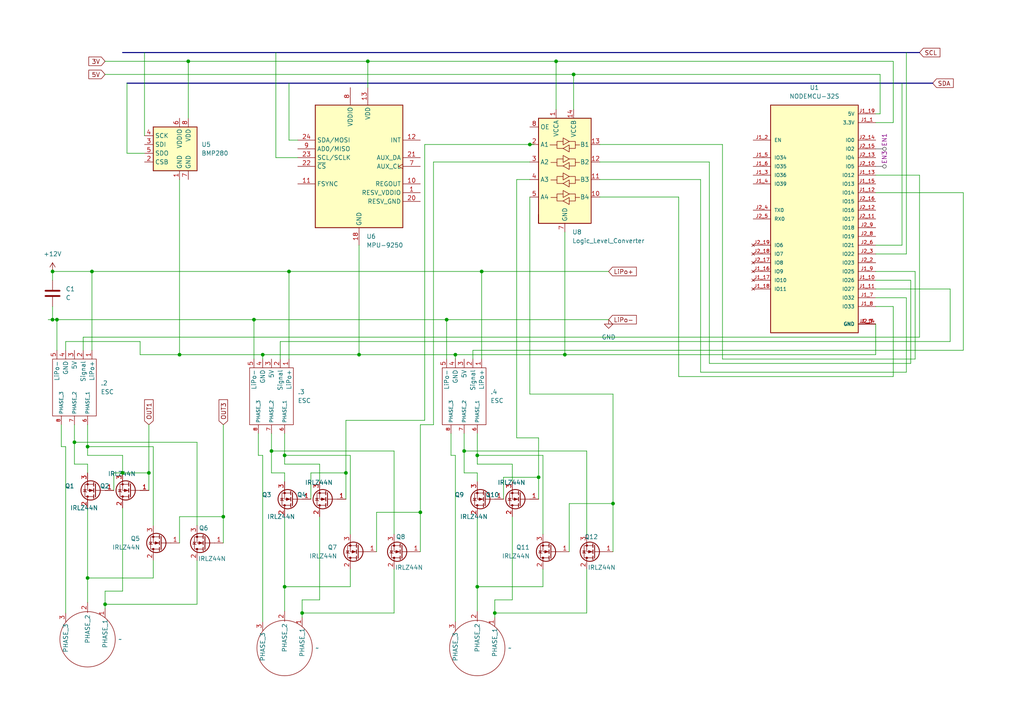
<source format=kicad_sch>
(kicad_sch
	(version 20250114)
	(generator "eeschema")
	(generator_version "9.0")
	(uuid "4095602d-45cf-4247-b82f-3b527ff81b47")
	(paper "A4")
	(lib_symbols
		(symbol "Cubesat_boards:A2212-1400_BLDC"
			(exclude_from_sim no)
			(in_bom yes)
			(on_board yes)
			(property "Reference" "U"
				(at 0 0 0)
				(effects
					(font
						(size 1.27 1.27)
					)
					(hide yes)
				)
			)
			(property "Value" ""
				(at 0 0 0)
				(effects
					(font
						(size 1.27 1.27)
					)
				)
			)
			(property "Footprint" ""
				(at 0 0 0)
				(effects
					(font
						(size 1.27 1.27)
					)
					(hide yes)
				)
			)
			(property "Datasheet" ""
				(at 0 0 0)
				(effects
					(font
						(size 1.27 1.27)
					)
					(hide yes)
				)
			)
			(property "Description" ""
				(at 0 0 0)
				(effects
					(font
						(size 1.27 1.27)
					)
					(hide yes)
				)
			)
			(symbol "A2212-1400_BLDC_0_1"
				(circle
					(center 0 0)
					(radius 8.0322)
					(stroke
						(width 0)
						(type default)
					)
					(fill
						(type none)
					)
				)
			)
			(symbol "A2212-1400_BLDC_1_1"
				(pin input line
					(at -10.7 0 0)
					(length 3)
					(name "PHASE_2"
						(effects
							(font
								(size 1.27 1.27)
							)
						)
					)
					(number "2"
						(effects
							(font
								(size 1.27 1.27)
							)
						)
					)
				)
				(pin input line
					(at -8.89 5.08 0)
					(length 2.54)
					(name "PHASE_1"
						(effects
							(font
								(size 1.27 1.27)
							)
						)
					)
					(number "1"
						(effects
							(font
								(size 1.27 1.27)
							)
						)
					)
				)
				(pin input line
					(at -7.62 -6.35 0)
					(length 2.54)
					(name "PHASE_3"
						(effects
							(font
								(size 1.27 1.27)
							)
						)
					)
					(number "3"
						(effects
							(font
								(size 1.27 1.27)
							)
						)
					)
				)
			)
			(embedded_fonts no)
		)
		(symbol "Cubesat_boards:ESC"
			(exclude_from_sim no)
			(in_bom yes)
			(on_board yes)
			(property "Reference" "."
				(at 0 0 0)
				(effects
					(font
						(size 1.27 1.27)
					)
				)
			)
			(property "Value" "ESC"
				(at 2.54 -7.366 0)
				(effects
					(font
						(size 1.27 1.27)
					)
				)
			)
			(property "Footprint" ""
				(at 0 0 0)
				(effects
					(font
						(size 1.27 1.27)
					)
					(hide yes)
				)
			)
			(property "Datasheet" ""
				(at 0 0 0)
				(effects
					(font
						(size 1.27 1.27)
					)
					(hide yes)
				)
			)
			(property "Description" ""
				(at 0 0 0)
				(effects
					(font
						(size 1.27 1.27)
					)
					(hide yes)
				)
			)
			(symbol "ESC_0_1"
				(rectangle
					(start -5.08 6.35)
					(end 11.43 -6.35)
					(stroke
						(width 0)
						(type default)
					)
					(fill
						(type none)
					)
				)
			)
			(symbol "ESC_1_1"
				(pin input line
					(at -7.62 5.08 0)
					(length 2.54)
					(name "LiPo+"
						(effects
							(font
								(size 1.27 1.27)
							)
						)
					)
					(number "1"
						(effects
							(font
								(size 1.27 1.27)
							)
						)
					)
				)
				(pin input line
					(at -7.62 2.54 0)
					(length 2.54)
					(name "Signal"
						(effects
							(font
								(size 1.27 1.27)
							)
						)
					)
					(number "2"
						(effects
							(font
								(size 1.27 1.27)
							)
						)
					)
				)
				(pin output line
					(at -7.62 0 0)
					(length 2.54)
					(name "5V"
						(effects
							(font
								(size 1.27 1.27)
							)
						)
					)
					(number "3"
						(effects
							(font
								(size 1.27 1.27)
							)
						)
					)
				)
				(pin input line
					(at -7.62 -2.54 0)
					(length 2.54)
					(name "GND"
						(effects
							(font
								(size 1.27 1.27)
							)
						)
					)
					(number "4"
						(effects
							(font
								(size 1.27 1.27)
							)
						)
					)
				)
				(pin input line
					(at -7.62 -5.08 0)
					(length 2.54)
					(name "LiPo-"
						(effects
							(font
								(size 1.27 1.27)
							)
						)
					)
					(number "5"
						(effects
							(font
								(size 1.27 1.27)
							)
						)
					)
				)
				(pin output line
					(at 13.97 3.81 180)
					(length 2.54)
					(name "PHASE_1"
						(effects
							(font
								(size 1 1)
							)
						)
					)
					(number "6"
						(effects
							(font
								(size 1 1)
							)
						)
					)
				)
				(pin output line
					(at 13.97 0 180)
					(length 2.54)
					(name "PHASE_2"
						(effects
							(font
								(size 1 1)
							)
						)
					)
					(number "7"
						(effects
							(font
								(size 1 1)
							)
						)
					)
				)
				(pin output line
					(at 13.97 -3.81 180)
					(length 2.54)
					(name "PHASE_3"
						(effects
							(font
								(size 1 1)
							)
						)
					)
					(number "8"
						(effects
							(font
								(size 1 1)
							)
						)
					)
				)
			)
			(embedded_fonts no)
		)
		(symbol "Device:C"
			(pin_numbers
				(hide yes)
			)
			(pin_names
				(offset 0.254)
			)
			(exclude_from_sim no)
			(in_bom yes)
			(on_board yes)
			(property "Reference" "C"
				(at 0.635 2.54 0)
				(effects
					(font
						(size 1.27 1.27)
					)
					(justify left)
				)
			)
			(property "Value" "C"
				(at 0.635 -2.54 0)
				(effects
					(font
						(size 1.27 1.27)
					)
					(justify left)
				)
			)
			(property "Footprint" ""
				(at 0.9652 -3.81 0)
				(effects
					(font
						(size 1.27 1.27)
					)
					(hide yes)
				)
			)
			(property "Datasheet" "~"
				(at 0 0 0)
				(effects
					(font
						(size 1.27 1.27)
					)
					(hide yes)
				)
			)
			(property "Description" "Unpolarized capacitor"
				(at 0 0 0)
				(effects
					(font
						(size 1.27 1.27)
					)
					(hide yes)
				)
			)
			(property "ki_keywords" "cap capacitor"
				(at 0 0 0)
				(effects
					(font
						(size 1.27 1.27)
					)
					(hide yes)
				)
			)
			(property "ki_fp_filters" "C_*"
				(at 0 0 0)
				(effects
					(font
						(size 1.27 1.27)
					)
					(hide yes)
				)
			)
			(symbol "C_0_1"
				(polyline
					(pts
						(xy -2.032 0.762) (xy 2.032 0.762)
					)
					(stroke
						(width 0.508)
						(type default)
					)
					(fill
						(type none)
					)
				)
				(polyline
					(pts
						(xy -2.032 -0.762) (xy 2.032 -0.762)
					)
					(stroke
						(width 0.508)
						(type default)
					)
					(fill
						(type none)
					)
				)
			)
			(symbol "C_1_1"
				(pin passive line
					(at 0 3.81 270)
					(length 2.794)
					(name "~"
						(effects
							(font
								(size 1.27 1.27)
							)
						)
					)
					(number "1"
						(effects
							(font
								(size 1.27 1.27)
							)
						)
					)
				)
				(pin passive line
					(at 0 -3.81 90)
					(length 2.794)
					(name "~"
						(effects
							(font
								(size 1.27 1.27)
							)
						)
					)
					(number "2"
						(effects
							(font
								(size 1.27 1.27)
							)
						)
					)
				)
			)
			(embedded_fonts no)
		)
		(symbol "Logic_LevelTranslator:TXB0104PW"
			(exclude_from_sim no)
			(in_bom yes)
			(on_board yes)
			(property "Reference" "U"
				(at -6.35 16.51 0)
				(effects
					(font
						(size 1.27 1.27)
					)
				)
			)
			(property "Value" "TXB0104PW"
				(at 3.81 16.51 0)
				(effects
					(font
						(size 1.27 1.27)
					)
					(justify left)
				)
			)
			(property "Footprint" "Package_SO:TSSOP-14_4.4x5mm_P0.65mm"
				(at 0 -19.05 0)
				(effects
					(font
						(size 1.27 1.27)
					)
					(hide yes)
				)
			)
			(property "Datasheet" "http://www.ti.com/lit/ds/symlink/txb0104.pdf"
				(at 2.794 2.413 0)
				(effects
					(font
						(size 1.27 1.27)
					)
					(hide yes)
				)
			)
			(property "Description" "4-Bit Bidirectional Voltage-Level Translator, Auto Direction Sensing and ±15-kV ESD Protection, 1.2 - 3.6V APort, 1.65 - 5.5V BPort, TSSOP-14"
				(at 0 0 0)
				(effects
					(font
						(size 1.27 1.27)
					)
					(hide yes)
				)
			)
			(property "ki_keywords" "Level-Shifter CMOS-TTL-Translation"
				(at 0 0 0)
				(effects
					(font
						(size 1.27 1.27)
					)
					(hide yes)
				)
			)
			(property "ki_fp_filters" "TSSOP*14*5mm*P0.65mm*"
				(at 0 0 0)
				(effects
					(font
						(size 1.27 1.27)
					)
					(hide yes)
				)
			)
			(symbol "TXB0104PW_0_1"
				(rectangle
					(start -7.62 15.24)
					(end 7.62 -15.24)
					(stroke
						(width 0.254)
						(type default)
					)
					(fill
						(type background)
					)
				)
				(rectangle
					(start -7.62 -15.24)
					(end -7.62 -12.7)
					(stroke
						(width 0.254)
						(type default)
					)
					(fill
						(type none)
					)
				)
				(polyline
					(pts
						(xy -2.286 7.493) (xy -2.286 8.509) (xy -0.508 8.509)
					)
					(stroke
						(width 0)
						(type default)
					)
					(fill
						(type none)
					)
				)
				(polyline
					(pts
						(xy -2.286 2.413) (xy -2.286 3.429) (xy -0.508 3.429)
					)
					(stroke
						(width 0)
						(type default)
					)
					(fill
						(type none)
					)
				)
				(polyline
					(pts
						(xy -2.286 -2.667) (xy -2.286 -1.651) (xy -0.508 -1.651)
					)
					(stroke
						(width 0)
						(type default)
					)
					(fill
						(type none)
					)
				)
				(polyline
					(pts
						(xy -2.286 -7.747) (xy -2.286 -6.731) (xy -0.508 -6.731)
					)
					(stroke
						(width 0)
						(type default)
					)
					(fill
						(type none)
					)
				)
				(polyline
					(pts
						(xy -0.508 6.477) (xy -2.286 6.477) (xy -2.286 7.493) (xy -4.318 7.493)
					)
					(stroke
						(width 0)
						(type default)
					)
					(fill
						(type none)
					)
				)
				(polyline
					(pts
						(xy -0.508 6.477) (xy 1.27 7.493) (xy 1.27 5.461) (xy -0.508 6.477)
					)
					(stroke
						(width 0)
						(type default)
					)
					(fill
						(type none)
					)
				)
				(polyline
					(pts
						(xy -0.508 1.397) (xy -2.286 1.397) (xy -2.286 2.413) (xy -4.064 2.413)
					)
					(stroke
						(width 0)
						(type default)
					)
					(fill
						(type none)
					)
				)
				(polyline
					(pts
						(xy -0.508 1.397) (xy 1.27 2.413) (xy 1.27 0.381) (xy -0.508 1.397)
					)
					(stroke
						(width 0)
						(type default)
					)
					(fill
						(type none)
					)
				)
				(polyline
					(pts
						(xy -0.508 -3.683) (xy -2.286 -3.683) (xy -2.286 -2.667) (xy -4.064 -2.667)
					)
					(stroke
						(width 0)
						(type default)
					)
					(fill
						(type none)
					)
				)
				(polyline
					(pts
						(xy -0.508 -3.683) (xy 1.27 -2.667) (xy 1.27 -4.699) (xy -0.508 -3.683)
					)
					(stroke
						(width 0)
						(type default)
					)
					(fill
						(type none)
					)
				)
				(polyline
					(pts
						(xy -0.508 -8.763) (xy -2.286 -8.763) (xy -2.286 -7.747) (xy -4.064 -7.747)
					)
					(stroke
						(width 0)
						(type default)
					)
					(fill
						(type none)
					)
				)
				(polyline
					(pts
						(xy -0.508 -8.763) (xy 1.27 -7.747) (xy 1.27 -9.779) (xy -0.508 -8.763)
					)
					(stroke
						(width 0)
						(type default)
					)
					(fill
						(type none)
					)
				)
				(polyline
					(pts
						(xy 1.27 8.509) (xy -0.508 7.493) (xy -0.508 9.525) (xy 1.27 8.509)
					)
					(stroke
						(width 0)
						(type default)
					)
					(fill
						(type none)
					)
				)
				(polyline
					(pts
						(xy 1.27 8.509) (xy 3.048 8.509) (xy 3.048 7.493) (xy 4.318 7.493)
					)
					(stroke
						(width 0)
						(type default)
					)
					(fill
						(type none)
					)
				)
				(polyline
					(pts
						(xy 1.27 3.429) (xy -0.508 2.413) (xy -0.508 4.445) (xy 1.27 3.429)
					)
					(stroke
						(width 0)
						(type default)
					)
					(fill
						(type none)
					)
				)
				(polyline
					(pts
						(xy 1.27 3.429) (xy 3.048 3.429) (xy 3.048 2.413) (xy 4.318 2.413)
					)
					(stroke
						(width 0)
						(type default)
					)
					(fill
						(type none)
					)
				)
				(polyline
					(pts
						(xy 1.27 -1.651) (xy -0.508 -2.667) (xy -0.508 -0.635) (xy 1.27 -1.651)
					)
					(stroke
						(width 0)
						(type default)
					)
					(fill
						(type none)
					)
				)
				(polyline
					(pts
						(xy 1.27 -1.651) (xy 3.048 -1.651) (xy 3.048 -2.667) (xy 4.318 -2.667)
					)
					(stroke
						(width 0)
						(type default)
					)
					(fill
						(type none)
					)
				)
				(polyline
					(pts
						(xy 1.27 -6.731) (xy -0.508 -7.747) (xy -0.508 -5.715) (xy 1.27 -6.731)
					)
					(stroke
						(width 0)
						(type default)
					)
					(fill
						(type none)
					)
				)
				(polyline
					(pts
						(xy 1.27 -6.731) (xy 3.048 -6.731) (xy 3.048 -7.747) (xy 4.318 -7.747)
					)
					(stroke
						(width 0)
						(type default)
					)
					(fill
						(type none)
					)
				)
				(polyline
					(pts
						(xy 3.048 7.493) (xy 3.048 6.477) (xy 1.27 6.477)
					)
					(stroke
						(width 0)
						(type default)
					)
					(fill
						(type none)
					)
				)
				(polyline
					(pts
						(xy 3.048 2.413) (xy 3.048 1.397) (xy 1.27 1.397)
					)
					(stroke
						(width 0)
						(type default)
					)
					(fill
						(type none)
					)
				)
				(polyline
					(pts
						(xy 3.048 -2.667) (xy 3.048 -3.683) (xy 1.27 -3.683)
					)
					(stroke
						(width 0)
						(type default)
					)
					(fill
						(type none)
					)
				)
				(polyline
					(pts
						(xy 3.048 -7.747) (xy 3.048 -8.763) (xy 1.27 -8.763)
					)
					(stroke
						(width 0)
						(type default)
					)
					(fill
						(type none)
					)
				)
			)
			(symbol "TXB0104PW_1_1"
				(pin input line
					(at -10.16 12.7 0)
					(length 2.54)
					(name "OE"
						(effects
							(font
								(size 1.27 1.27)
							)
						)
					)
					(number "8"
						(effects
							(font
								(size 1.27 1.27)
							)
						)
					)
				)
				(pin bidirectional line
					(at -10.16 7.62 0)
					(length 2.54)
					(name "A1"
						(effects
							(font
								(size 1.27 1.27)
							)
						)
					)
					(number "2"
						(effects
							(font
								(size 1.27 1.27)
							)
						)
					)
				)
				(pin bidirectional line
					(at -10.16 2.54 0)
					(length 2.54)
					(name "A2"
						(effects
							(font
								(size 1.27 1.27)
							)
						)
					)
					(number "3"
						(effects
							(font
								(size 1.27 1.27)
							)
						)
					)
				)
				(pin bidirectional line
					(at -10.16 -2.54 0)
					(length 2.54)
					(name "A3"
						(effects
							(font
								(size 1.27 1.27)
							)
						)
					)
					(number "4"
						(effects
							(font
								(size 1.27 1.27)
							)
						)
					)
				)
				(pin bidirectional line
					(at -10.16 -7.62 0)
					(length 2.54)
					(name "A4"
						(effects
							(font
								(size 1.27 1.27)
							)
						)
					)
					(number "5"
						(effects
							(font
								(size 1.27 1.27)
							)
						)
					)
				)
				(pin no_connect line
					(at -7.62 -12.7 0)
					(length 2.54)
					(hide yes)
					(name "NC"
						(effects
							(font
								(size 1.27 1.27)
							)
						)
					)
					(number "6"
						(effects
							(font
								(size 1.27 1.27)
							)
						)
					)
				)
				(pin power_in line
					(at -2.54 17.78 270)
					(length 2.54)
					(name "VCCA"
						(effects
							(font
								(size 1.27 1.27)
							)
						)
					)
					(number "1"
						(effects
							(font
								(size 1.27 1.27)
							)
						)
					)
				)
				(pin power_in line
					(at 0 -17.78 90)
					(length 2.54)
					(name "GND"
						(effects
							(font
								(size 1.27 1.27)
							)
						)
					)
					(number "7"
						(effects
							(font
								(size 1.27 1.27)
							)
						)
					)
				)
				(pin power_in line
					(at 2.54 17.78 270)
					(length 2.54)
					(name "VCCB"
						(effects
							(font
								(size 1.27 1.27)
							)
						)
					)
					(number "14"
						(effects
							(font
								(size 1.27 1.27)
							)
						)
					)
				)
				(pin no_connect line
					(at 7.62 -12.7 180)
					(length 2.54)
					(hide yes)
					(name "NC"
						(effects
							(font
								(size 1.27 1.27)
							)
						)
					)
					(number "9"
						(effects
							(font
								(size 1.27 1.27)
							)
						)
					)
				)
				(pin bidirectional line
					(at 10.16 7.62 180)
					(length 2.54)
					(name "B1"
						(effects
							(font
								(size 1.27 1.27)
							)
						)
					)
					(number "13"
						(effects
							(font
								(size 1.27 1.27)
							)
						)
					)
				)
				(pin bidirectional line
					(at 10.16 2.54 180)
					(length 2.54)
					(name "B2"
						(effects
							(font
								(size 1.27 1.27)
							)
						)
					)
					(number "12"
						(effects
							(font
								(size 1.27 1.27)
							)
						)
					)
				)
				(pin bidirectional line
					(at 10.16 -2.54 180)
					(length 2.54)
					(name "B3"
						(effects
							(font
								(size 1.27 1.27)
							)
						)
					)
					(number "11"
						(effects
							(font
								(size 1.27 1.27)
							)
						)
					)
				)
				(pin bidirectional line
					(at 10.16 -7.62 180)
					(length 2.54)
					(name "B4"
						(effects
							(font
								(size 1.27 1.27)
							)
						)
					)
					(number "10"
						(effects
							(font
								(size 1.27 1.27)
							)
						)
					)
				)
			)
			(embedded_fonts no)
		)
		(symbol "NODEMCU-32S:NODEMCU-32S"
			(pin_names
				(offset 1.016)
			)
			(exclude_from_sim no)
			(in_bom yes)
			(on_board yes)
			(property "Reference" "U"
				(at -12.7 33.782 0)
				(effects
					(font
						(size 1.27 1.27)
					)
					(justify left bottom)
				)
			)
			(property "Value" "NODEMCU-32S"
				(at -12.7 -35.56 0)
				(effects
					(font
						(size 1.27 1.27)
					)
					(justify left bottom)
				)
			)
			(property "Footprint" "NODEMCU-32S:MODULE_NODEMCU-32S"
				(at 0 0 0)
				(effects
					(font
						(size 1.27 1.27)
					)
					(justify bottom)
					(hide yes)
				)
			)
			(property "Datasheet" ""
				(at 0 0 0)
				(effects
					(font
						(size 1.27 1.27)
					)
					(hide yes)
				)
			)
			(property "Description" ""
				(at 0 0 0)
				(effects
					(font
						(size 1.27 1.27)
					)
					(hide yes)
				)
			)
			(property "MF" "AI-Thinker"
				(at 0 0 0)
				(effects
					(font
						(size 1.27 1.27)
					)
					(justify bottom)
					(hide yes)
				)
			)
			(property "MAXIMUM_PACKAGE_HEIGHT" "3.00mm"
				(at 0 0 0)
				(effects
					(font
						(size 1.27 1.27)
					)
					(justify bottom)
					(hide yes)
				)
			)
			(property "Package" "Package"
				(at 0 0 0)
				(effects
					(font
						(size 1.27 1.27)
					)
					(justify bottom)
					(hide yes)
				)
			)
			(property "Price" "None"
				(at 0 0 0)
				(effects
					(font
						(size 1.27 1.27)
					)
					(justify bottom)
					(hide yes)
				)
			)
			(property "Check_prices" "https://www.snapeda.com/parts/NODEMCU-32S/AI-Thinker/view-part/?ref=eda"
				(at 0 0 0)
				(effects
					(font
						(size 1.27 1.27)
					)
					(justify bottom)
					(hide yes)
				)
			)
			(property "STANDARD" "Manufacturer Recommendations"
				(at 0 0 0)
				(effects
					(font
						(size 1.27 1.27)
					)
					(justify bottom)
					(hide yes)
				)
			)
			(property "PARTREV" "V1"
				(at 0 0 0)
				(effects
					(font
						(size 1.27 1.27)
					)
					(justify bottom)
					(hide yes)
				)
			)
			(property "SnapEDA_Link" "https://www.snapeda.com/parts/NODEMCU-32S/AI-Thinker/view-part/?ref=snap"
				(at 0 0 0)
				(effects
					(font
						(size 1.27 1.27)
					)
					(justify bottom)
					(hide yes)
				)
			)
			(property "MP" "NODEMCU-32S"
				(at 0 0 0)
				(effects
					(font
						(size 1.27 1.27)
					)
					(justify bottom)
					(hide yes)
				)
			)
			(property "Description_1" "WIFI MODULE V1"
				(at 0 0 0)
				(effects
					(font
						(size 1.27 1.27)
					)
					(justify bottom)
					(hide yes)
				)
			)
			(property "Availability" "Not in stock"
				(at 0 0 0)
				(effects
					(font
						(size 1.27 1.27)
					)
					(justify bottom)
					(hide yes)
				)
			)
			(property "MANUFACTURER" "AI-Thinker"
				(at 0 0 0)
				(effects
					(font
						(size 1.27 1.27)
					)
					(justify bottom)
					(hide yes)
				)
			)
			(symbol "NODEMCU-32S_0_0"
				(rectangle
					(start -12.7 -33.02)
					(end 12.7 33.02)
					(stroke
						(width 0.254)
						(type default)
					)
					(fill
						(type background)
					)
				)
				(pin input line
					(at -17.78 22.86 0)
					(length 5.08)
					(name "EN"
						(effects
							(font
								(size 1.016 1.016)
							)
						)
					)
					(number "J1_2"
						(effects
							(font
								(size 1.016 1.016)
							)
						)
					)
				)
				(pin input line
					(at -17.78 17.78 0)
					(length 5.08)
					(name "IO34"
						(effects
							(font
								(size 1.016 1.016)
							)
						)
					)
					(number "J1_5"
						(effects
							(font
								(size 1.016 1.016)
							)
						)
					)
				)
				(pin input line
					(at -17.78 15.24 0)
					(length 5.08)
					(name "IO35"
						(effects
							(font
								(size 1.016 1.016)
							)
						)
					)
					(number "J1_6"
						(effects
							(font
								(size 1.016 1.016)
							)
						)
					)
				)
				(pin input line
					(at -17.78 12.7 0)
					(length 5.08)
					(name "IO36"
						(effects
							(font
								(size 1.016 1.016)
							)
						)
					)
					(number "J1_3"
						(effects
							(font
								(size 1.016 1.016)
							)
						)
					)
				)
				(pin input line
					(at -17.78 10.16 0)
					(length 5.08)
					(name "IO39"
						(effects
							(font
								(size 1.016 1.016)
							)
						)
					)
					(number "J1_4"
						(effects
							(font
								(size 1.016 1.016)
							)
						)
					)
				)
				(pin bidirectional line
					(at -17.78 2.54 0)
					(length 5.08)
					(name "TX0"
						(effects
							(font
								(size 1.016 1.016)
							)
						)
					)
					(number "J2_4"
						(effects
							(font
								(size 1.016 1.016)
							)
						)
					)
				)
				(pin bidirectional line
					(at -17.78 0 0)
					(length 5.08)
					(name "RX0"
						(effects
							(font
								(size 1.016 1.016)
							)
						)
					)
					(number "J2_5"
						(effects
							(font
								(size 1.016 1.016)
							)
						)
					)
				)
				(pin no_connect line
					(at -17.78 -7.62 0)
					(length 5.08)
					(name "IO6"
						(effects
							(font
								(size 1.016 1.016)
							)
						)
					)
					(number "J2_19"
						(effects
							(font
								(size 1.016 1.016)
							)
						)
					)
				)
				(pin no_connect line
					(at -17.78 -10.16 0)
					(length 5.08)
					(name "IO7"
						(effects
							(font
								(size 1.016 1.016)
							)
						)
					)
					(number "J2_18"
						(effects
							(font
								(size 1.016 1.016)
							)
						)
					)
				)
				(pin no_connect line
					(at -17.78 -12.7 0)
					(length 5.08)
					(name "IO8"
						(effects
							(font
								(size 1.016 1.016)
							)
						)
					)
					(number "J2_17"
						(effects
							(font
								(size 1.016 1.016)
							)
						)
					)
				)
				(pin no_connect line
					(at -17.78 -15.24 0)
					(length 5.08)
					(name "IO9"
						(effects
							(font
								(size 1.016 1.016)
							)
						)
					)
					(number "J1_16"
						(effects
							(font
								(size 1.016 1.016)
							)
						)
					)
				)
				(pin no_connect line
					(at -17.78 -17.78 0)
					(length 5.08)
					(name "IO10"
						(effects
							(font
								(size 1.016 1.016)
							)
						)
					)
					(number "J1_17"
						(effects
							(font
								(size 1.016 1.016)
							)
						)
					)
				)
				(pin no_connect line
					(at -17.78 -20.32 0)
					(length 5.08)
					(name "IO11"
						(effects
							(font
								(size 1.016 1.016)
							)
						)
					)
					(number "J1_18"
						(effects
							(font
								(size 1.016 1.016)
							)
						)
					)
				)
				(pin power_in line
					(at 17.78 30.48 180)
					(length 5.08)
					(name "5V"
						(effects
							(font
								(size 1.016 1.016)
							)
						)
					)
					(number "J1_19"
						(effects
							(font
								(size 1.016 1.016)
							)
						)
					)
				)
				(pin power_in line
					(at 17.78 27.94 180)
					(length 5.08)
					(name "3.3V"
						(effects
							(font
								(size 1.016 1.016)
							)
						)
					)
					(number "J1_1"
						(effects
							(font
								(size 1.016 1.016)
							)
						)
					)
				)
				(pin bidirectional line
					(at 17.78 22.86 180)
					(length 5.08)
					(name "IO0"
						(effects
							(font
								(size 1.016 1.016)
							)
						)
					)
					(number "J2_14"
						(effects
							(font
								(size 1.016 1.016)
							)
						)
					)
				)
				(pin bidirectional line
					(at 17.78 20.32 180)
					(length 5.08)
					(name "IO2"
						(effects
							(font
								(size 1.016 1.016)
							)
						)
					)
					(number "J2_15"
						(effects
							(font
								(size 1.016 1.016)
							)
						)
					)
				)
				(pin bidirectional line
					(at 17.78 17.78 180)
					(length 5.08)
					(name "IO4"
						(effects
							(font
								(size 1.016 1.016)
							)
						)
					)
					(number "J2_13"
						(effects
							(font
								(size 1.016 1.016)
							)
						)
					)
				)
				(pin bidirectional line
					(at 17.78 15.24 180)
					(length 5.08)
					(name "IO5"
						(effects
							(font
								(size 1.016 1.016)
							)
						)
					)
					(number "J2_10"
						(effects
							(font
								(size 1.016 1.016)
							)
						)
					)
				)
				(pin bidirectional line
					(at 17.78 12.7 180)
					(length 5.08)
					(name "IO12"
						(effects
							(font
								(size 1.016 1.016)
							)
						)
					)
					(number "J1_13"
						(effects
							(font
								(size 1.016 1.016)
							)
						)
					)
				)
				(pin bidirectional line
					(at 17.78 10.16 180)
					(length 5.08)
					(name "IO13"
						(effects
							(font
								(size 1.016 1.016)
							)
						)
					)
					(number "J1_15"
						(effects
							(font
								(size 1.016 1.016)
							)
						)
					)
				)
				(pin bidirectional line
					(at 17.78 7.62 180)
					(length 5.08)
					(name "IO14"
						(effects
							(font
								(size 1.016 1.016)
							)
						)
					)
					(number "J1_12"
						(effects
							(font
								(size 1.016 1.016)
							)
						)
					)
				)
				(pin bidirectional line
					(at 17.78 5.08 180)
					(length 5.08)
					(name "IO15"
						(effects
							(font
								(size 1.016 1.016)
							)
						)
					)
					(number "J2_16"
						(effects
							(font
								(size 1.016 1.016)
							)
						)
					)
				)
				(pin bidirectional line
					(at 17.78 2.54 180)
					(length 5.08)
					(name "IO16"
						(effects
							(font
								(size 1.016 1.016)
							)
						)
					)
					(number "J2_12"
						(effects
							(font
								(size 1.016 1.016)
							)
						)
					)
				)
				(pin bidirectional line
					(at 17.78 0 180)
					(length 5.08)
					(name "IO17"
						(effects
							(font
								(size 1.016 1.016)
							)
						)
					)
					(number "J2_11"
						(effects
							(font
								(size 1.016 1.016)
							)
						)
					)
				)
				(pin bidirectional line
					(at 17.78 -2.54 180)
					(length 5.08)
					(name "IO18"
						(effects
							(font
								(size 1.016 1.016)
							)
						)
					)
					(number "J2_9"
						(effects
							(font
								(size 1.016 1.016)
							)
						)
					)
				)
				(pin bidirectional line
					(at 17.78 -5.08 180)
					(length 5.08)
					(name "IO19"
						(effects
							(font
								(size 1.016 1.016)
							)
						)
					)
					(number "J2_8"
						(effects
							(font
								(size 1.016 1.016)
							)
						)
					)
				)
				(pin bidirectional line
					(at 17.78 -7.62 180)
					(length 5.08)
					(name "IO21"
						(effects
							(font
								(size 1.016 1.016)
							)
						)
					)
					(number "J2_6"
						(effects
							(font
								(size 1.016 1.016)
							)
						)
					)
				)
				(pin bidirectional line
					(at 17.78 -10.16 180)
					(length 5.08)
					(name "IO22"
						(effects
							(font
								(size 1.016 1.016)
							)
						)
					)
					(number "J2_3"
						(effects
							(font
								(size 1.016 1.016)
							)
						)
					)
				)
				(pin bidirectional line
					(at 17.78 -12.7 180)
					(length 5.08)
					(name "IO23"
						(effects
							(font
								(size 1.016 1.016)
							)
						)
					)
					(number "J2_2"
						(effects
							(font
								(size 1.016 1.016)
							)
						)
					)
				)
				(pin bidirectional line
					(at 17.78 -15.24 180)
					(length 5.08)
					(name "IO25"
						(effects
							(font
								(size 1.016 1.016)
							)
						)
					)
					(number "J1_9"
						(effects
							(font
								(size 1.016 1.016)
							)
						)
					)
				)
				(pin bidirectional line
					(at 17.78 -17.78 180)
					(length 5.08)
					(name "IO26"
						(effects
							(font
								(size 1.016 1.016)
							)
						)
					)
					(number "J1_10"
						(effects
							(font
								(size 1.016 1.016)
							)
						)
					)
				)
				(pin bidirectional line
					(at 17.78 -20.32 180)
					(length 5.08)
					(name "IO27"
						(effects
							(font
								(size 1.016 1.016)
							)
						)
					)
					(number "J1_11"
						(effects
							(font
								(size 1.016 1.016)
							)
						)
					)
				)
				(pin bidirectional line
					(at 17.78 -22.86 180)
					(length 5.08)
					(name "IO32"
						(effects
							(font
								(size 1.016 1.016)
							)
						)
					)
					(number "J1_7"
						(effects
							(font
								(size 1.016 1.016)
							)
						)
					)
				)
				(pin bidirectional line
					(at 17.78 -25.4 180)
					(length 5.08)
					(name "IO33"
						(effects
							(font
								(size 1.016 1.016)
							)
						)
					)
					(number "J1_8"
						(effects
							(font
								(size 1.016 1.016)
							)
						)
					)
				)
				(pin power_in line
					(at 17.78 -30.48 180)
					(length 5.08)
					(name "GND"
						(effects
							(font
								(size 1.016 1.016)
							)
						)
					)
					(number "J1_14"
						(effects
							(font
								(size 1.016 1.016)
							)
						)
					)
				)
				(pin power_in line
					(at 17.78 -30.48 180)
					(length 5.08)
					(name "GND"
						(effects
							(font
								(size 1.016 1.016)
							)
						)
					)
					(number "J2_1"
						(effects
							(font
								(size 1.016 1.016)
							)
						)
					)
				)
				(pin power_in line
					(at 17.78 -30.48 180)
					(length 5.08)
					(name "GND"
						(effects
							(font
								(size 1.016 1.016)
							)
						)
					)
					(number "J2_7"
						(effects
							(font
								(size 1.016 1.016)
							)
						)
					)
				)
			)
			(embedded_fonts no)
		)
		(symbol "Sensor_Motion:MPU-9250"
			(exclude_from_sim no)
			(in_bom yes)
			(on_board yes)
			(property "Reference" "U"
				(at -11.43 19.05 0)
				(effects
					(font
						(size 1.27 1.27)
					)
				)
			)
			(property "Value" "MPU-9250"
				(at 7.62 -19.05 0)
				(effects
					(font
						(size 1.27 1.27)
					)
				)
			)
			(property "Footprint" "Sensor_Motion:InvenSense_QFN-24_3x3mm_P0.4mm"
				(at 0 -25.4 0)
				(effects
					(font
						(size 1.27 1.27)
					)
					(hide yes)
				)
			)
			(property "Datasheet" "https://invensense.tdk.com/wp-content/uploads/2015/02/PS-MPU-9250A-01-v1.1.pdf"
				(at 0 -3.81 0)
				(effects
					(font
						(size 1.27 1.27)
					)
					(hide yes)
				)
			)
			(property "Description" "InvenSense 9-Axis Motion Sensor, Accelerometer, Gyroscope, Compass, I2C/SPI"
				(at 0 0 0)
				(effects
					(font
						(size 1.27 1.27)
					)
					(hide yes)
				)
			)
			(property "ki_keywords" "mems magnetometer"
				(at 0 0 0)
				(effects
					(font
						(size 1.27 1.27)
					)
					(hide yes)
				)
			)
			(property "ki_fp_filters" "*QFN?24*3x3mm*P0.4mm*"
				(at 0 0 0)
				(effects
					(font
						(size 1.27 1.27)
					)
					(hide yes)
				)
			)
			(symbol "MPU-9250_0_1"
				(rectangle
					(start -12.7 17.78)
					(end 12.7 -17.78)
					(stroke
						(width 0.254)
						(type default)
					)
					(fill
						(type background)
					)
				)
			)
			(symbol "MPU-9250_1_1"
				(pin bidirectional line
					(at -17.78 7.62 0)
					(length 5.08)
					(name "SDA/MOSI"
						(effects
							(font
								(size 1.27 1.27)
							)
						)
					)
					(number "24"
						(effects
							(font
								(size 1.27 1.27)
							)
						)
					)
				)
				(pin bidirectional line
					(at -17.78 5.08 0)
					(length 5.08)
					(name "AD0/MISO"
						(effects
							(font
								(size 1.27 1.27)
							)
						)
					)
					(number "9"
						(effects
							(font
								(size 1.27 1.27)
							)
						)
					)
				)
				(pin input line
					(at -17.78 2.54 0)
					(length 5.08)
					(name "SCL/SCLK"
						(effects
							(font
								(size 1.27 1.27)
							)
						)
					)
					(number "23"
						(effects
							(font
								(size 1.27 1.27)
							)
						)
					)
				)
				(pin input line
					(at -17.78 0 0)
					(length 5.08)
					(name "~{CS}"
						(effects
							(font
								(size 1.27 1.27)
							)
						)
					)
					(number "22"
						(effects
							(font
								(size 1.27 1.27)
							)
						)
					)
				)
				(pin input line
					(at -17.78 -5.08 0)
					(length 5.08)
					(name "FSYNC"
						(effects
							(font
								(size 1.27 1.27)
							)
						)
					)
					(number "11"
						(effects
							(font
								(size 1.27 1.27)
							)
						)
					)
				)
				(pin power_in line
					(at -2.54 22.86 270)
					(length 5.08)
					(name "VDDIO"
						(effects
							(font
								(size 1.27 1.27)
							)
						)
					)
					(number "8"
						(effects
							(font
								(size 1.27 1.27)
							)
						)
					)
				)
				(pin power_in line
					(at 0 -22.86 90)
					(length 5.08)
					(name "GND"
						(effects
							(font
								(size 1.27 1.27)
							)
						)
					)
					(number "18"
						(effects
							(font
								(size 1.27 1.27)
							)
						)
					)
				)
				(pin power_in line
					(at 2.54 22.86 270)
					(length 5.08)
					(name "VDD"
						(effects
							(font
								(size 1.27 1.27)
							)
						)
					)
					(number "13"
						(effects
							(font
								(size 1.27 1.27)
							)
						)
					)
				)
				(pin output line
					(at 17.78 7.62 180)
					(length 5.08)
					(name "INT"
						(effects
							(font
								(size 1.27 1.27)
							)
						)
					)
					(number "12"
						(effects
							(font
								(size 1.27 1.27)
							)
						)
					)
				)
				(pin bidirectional line
					(at 17.78 2.54 180)
					(length 5.08)
					(name "AUX_DA"
						(effects
							(font
								(size 1.27 1.27)
							)
						)
					)
					(number "21"
						(effects
							(font
								(size 1.27 1.27)
							)
						)
					)
				)
				(pin output clock
					(at 17.78 0 180)
					(length 5.08)
					(name "AUX_CL"
						(effects
							(font
								(size 1.27 1.27)
							)
						)
					)
					(number "7"
						(effects
							(font
								(size 1.27 1.27)
							)
						)
					)
				)
				(pin passive line
					(at 17.78 -5.08 180)
					(length 5.08)
					(name "REGOUT"
						(effects
							(font
								(size 1.27 1.27)
							)
						)
					)
					(number "10"
						(effects
							(font
								(size 1.27 1.27)
							)
						)
					)
				)
				(pin input line
					(at 17.78 -7.62 180)
					(length 5.08)
					(name "RESV_VDDIO"
						(effects
							(font
								(size 1.27 1.27)
							)
						)
					)
					(number "1"
						(effects
							(font
								(size 1.27 1.27)
							)
						)
					)
				)
				(pin power_in line
					(at 17.78 -10.16 180)
					(length 5.08)
					(name "RESV_GND"
						(effects
							(font
								(size 1.27 1.27)
							)
						)
					)
					(number "20"
						(effects
							(font
								(size 1.27 1.27)
							)
						)
					)
				)
			)
			(embedded_fonts no)
		)
		(symbol "Sensor_Pressure:BMP280"
			(exclude_from_sim no)
			(in_bom yes)
			(on_board yes)
			(property "Reference" "U"
				(at -7.62 10.16 0)
				(effects
					(font
						(size 1.27 1.27)
					)
					(justify left top)
				)
			)
			(property "Value" "BMP280"
				(at 5.08 10.16 0)
				(effects
					(font
						(size 1.27 1.27)
					)
					(justify left top)
				)
			)
			(property "Footprint" "Package_LGA:Bosch_LGA-8_2x2.5mm_P0.65mm_ClockwisePinNumbering"
				(at 0 -17.78 0)
				(effects
					(font
						(size 1.27 1.27)
					)
					(hide yes)
				)
			)
			(property "Datasheet" "https://ae-bst.resource.bosch.com/media/_tech/media/datasheets/BST-BMP280-DS001.pdf"
				(at 0 0 0)
				(effects
					(font
						(size 1.27 1.27)
					)
					(hide yes)
				)
			)
			(property "Description" "Absolute Barometric Pressure Sensor, LGA-8"
				(at 0 0 0)
				(effects
					(font
						(size 1.27 1.27)
					)
					(hide yes)
				)
			)
			(property "ki_keywords" "I2C, SPI, pressure, temperature, sensor"
				(at 0 0 0)
				(effects
					(font
						(size 1.27 1.27)
					)
					(hide yes)
				)
			)
			(property "ki_fp_filters" "Bosch*LGA*2x2.5mm*P0.65mm*"
				(at 0 0 0)
				(effects
					(font
						(size 1.27 1.27)
					)
					(hide yes)
				)
			)
			(symbol "BMP280_0_1"
				(rectangle
					(start -7.62 -5.08)
					(end 5.08 7.62)
					(stroke
						(width 0.254)
						(type default)
					)
					(fill
						(type background)
					)
				)
			)
			(symbol "BMP280_1_1"
				(pin input line
					(at -10.16 5.08 0)
					(length 2.54)
					(name "SCK"
						(effects
							(font
								(size 1.27 1.27)
							)
						)
					)
					(number "4"
						(effects
							(font
								(size 1.27 1.27)
							)
						)
					)
				)
				(pin bidirectional line
					(at -10.16 2.54 0)
					(length 2.54)
					(name "SDI"
						(effects
							(font
								(size 1.27 1.27)
							)
						)
					)
					(number "3"
						(effects
							(font
								(size 1.27 1.27)
							)
						)
					)
				)
				(pin bidirectional line
					(at -10.16 0 0)
					(length 2.54)
					(name "SDO"
						(effects
							(font
								(size 1.27 1.27)
							)
						)
					)
					(number "5"
						(effects
							(font
								(size 1.27 1.27)
							)
						)
					)
				)
				(pin input line
					(at -10.16 -2.54 0)
					(length 2.54)
					(name "CSB"
						(effects
							(font
								(size 1.27 1.27)
							)
						)
					)
					(number "2"
						(effects
							(font
								(size 1.27 1.27)
							)
						)
					)
				)
				(pin power_in line
					(at 0 10.16 270)
					(length 2.54)
					(name "VDDIO"
						(effects
							(font
								(size 1.27 1.27)
							)
						)
					)
					(number "6"
						(effects
							(font
								(size 1.27 1.27)
							)
						)
					)
				)
				(pin power_in line
					(at 0 -7.62 90)
					(length 2.54)
					(name "GND"
						(effects
							(font
								(size 1.27 1.27)
							)
						)
					)
					(number "1"
						(effects
							(font
								(size 1.27 1.27)
							)
						)
					)
				)
				(pin power_in line
					(at 2.54 10.16 270)
					(length 2.54)
					(name "VDD"
						(effects
							(font
								(size 1.27 1.27)
							)
						)
					)
					(number "8"
						(effects
							(font
								(size 1.27 1.27)
							)
						)
					)
				)
				(pin power_in line
					(at 2.54 -7.62 90)
					(length 2.54)
					(name "GND"
						(effects
							(font
								(size 1.27 1.27)
							)
						)
					)
					(number "7"
						(effects
							(font
								(size 1.27 1.27)
							)
						)
					)
				)
			)
			(embedded_fonts no)
		)
		(symbol "Transistor_FET:IRLZ44N"
			(pin_names
				(hide yes)
			)
			(exclude_from_sim no)
			(in_bom yes)
			(on_board yes)
			(property "Reference" "Q"
				(at 5.08 1.905 0)
				(effects
					(font
						(size 1.27 1.27)
					)
					(justify left)
				)
			)
			(property "Value" "IRLZ44N"
				(at 5.08 0 0)
				(effects
					(font
						(size 1.27 1.27)
					)
					(justify left)
				)
			)
			(property "Footprint" "Package_TO_SOT_THT:TO-220-3_Vertical"
				(at 5.08 -1.905 0)
				(effects
					(font
						(size 1.27 1.27)
						(italic yes)
					)
					(justify left)
					(hide yes)
				)
			)
			(property "Datasheet" "http://www.irf.com/product-info/datasheets/data/irlz44n.pdf"
				(at 5.08 -3.81 0)
				(effects
					(font
						(size 1.27 1.27)
					)
					(justify left)
					(hide yes)
				)
			)
			(property "Description" "47A Id, 55V Vds, 22mOhm Rds Single N-Channel HEXFET Power MOSFET, TO-220AB"
				(at 0 0 0)
				(effects
					(font
						(size 1.27 1.27)
					)
					(hide yes)
				)
			)
			(property "ki_keywords" "N-Channel HEXFET MOSFET Logic-Level"
				(at 0 0 0)
				(effects
					(font
						(size 1.27 1.27)
					)
					(hide yes)
				)
			)
			(property "ki_fp_filters" "TO?220*"
				(at 0 0 0)
				(effects
					(font
						(size 1.27 1.27)
					)
					(hide yes)
				)
			)
			(symbol "IRLZ44N_0_1"
				(polyline
					(pts
						(xy 0.254 1.905) (xy 0.254 -1.905)
					)
					(stroke
						(width 0.254)
						(type default)
					)
					(fill
						(type none)
					)
				)
				(polyline
					(pts
						(xy 0.254 0) (xy -2.54 0)
					)
					(stroke
						(width 0)
						(type default)
					)
					(fill
						(type none)
					)
				)
				(polyline
					(pts
						(xy 0.762 2.286) (xy 0.762 1.27)
					)
					(stroke
						(width 0.254)
						(type default)
					)
					(fill
						(type none)
					)
				)
				(polyline
					(pts
						(xy 0.762 0.508) (xy 0.762 -0.508)
					)
					(stroke
						(width 0.254)
						(type default)
					)
					(fill
						(type none)
					)
				)
				(polyline
					(pts
						(xy 0.762 -1.27) (xy 0.762 -2.286)
					)
					(stroke
						(width 0.254)
						(type default)
					)
					(fill
						(type none)
					)
				)
				(polyline
					(pts
						(xy 0.762 -1.778) (xy 3.302 -1.778) (xy 3.302 1.778) (xy 0.762 1.778)
					)
					(stroke
						(width 0)
						(type default)
					)
					(fill
						(type none)
					)
				)
				(polyline
					(pts
						(xy 1.016 0) (xy 2.032 0.381) (xy 2.032 -0.381) (xy 1.016 0)
					)
					(stroke
						(width 0)
						(type default)
					)
					(fill
						(type outline)
					)
				)
				(circle
					(center 1.651 0)
					(radius 2.794)
					(stroke
						(width 0.254)
						(type default)
					)
					(fill
						(type none)
					)
				)
				(polyline
					(pts
						(xy 2.54 2.54) (xy 2.54 1.778)
					)
					(stroke
						(width 0)
						(type default)
					)
					(fill
						(type none)
					)
				)
				(circle
					(center 2.54 1.778)
					(radius 0.254)
					(stroke
						(width 0)
						(type default)
					)
					(fill
						(type outline)
					)
				)
				(circle
					(center 2.54 -1.778)
					(radius 0.254)
					(stroke
						(width 0)
						(type default)
					)
					(fill
						(type outline)
					)
				)
				(polyline
					(pts
						(xy 2.54 -2.54) (xy 2.54 0) (xy 0.762 0)
					)
					(stroke
						(width 0)
						(type default)
					)
					(fill
						(type none)
					)
				)
				(polyline
					(pts
						(xy 2.794 0.508) (xy 2.921 0.381) (xy 3.683 0.381) (xy 3.81 0.254)
					)
					(stroke
						(width 0)
						(type default)
					)
					(fill
						(type none)
					)
				)
				(polyline
					(pts
						(xy 3.302 0.381) (xy 2.921 -0.254) (xy 3.683 -0.254) (xy 3.302 0.381)
					)
					(stroke
						(width 0)
						(type default)
					)
					(fill
						(type none)
					)
				)
			)
			(symbol "IRLZ44N_1_1"
				(pin input line
					(at -5.08 0 0)
					(length 2.54)
					(name "G"
						(effects
							(font
								(size 1.27 1.27)
							)
						)
					)
					(number "1"
						(effects
							(font
								(size 1.27 1.27)
							)
						)
					)
				)
				(pin passive line
					(at 2.54 5.08 270)
					(length 2.54)
					(name "D"
						(effects
							(font
								(size 1.27 1.27)
							)
						)
					)
					(number "2"
						(effects
							(font
								(size 1.27 1.27)
							)
						)
					)
				)
				(pin passive line
					(at 2.54 -5.08 90)
					(length 2.54)
					(name "S"
						(effects
							(font
								(size 1.27 1.27)
							)
						)
					)
					(number "3"
						(effects
							(font
								(size 1.27 1.27)
							)
						)
					)
				)
			)
			(embedded_fonts no)
		)
		(symbol "power:+12V"
			(power)
			(pin_numbers
				(hide yes)
			)
			(pin_names
				(offset 0)
				(hide yes)
			)
			(exclude_from_sim no)
			(in_bom yes)
			(on_board yes)
			(property "Reference" "#PWR"
				(at 0 -3.81 0)
				(effects
					(font
						(size 1.27 1.27)
					)
					(hide yes)
				)
			)
			(property "Value" "+12V"
				(at 0 3.556 0)
				(effects
					(font
						(size 1.27 1.27)
					)
				)
			)
			(property "Footprint" ""
				(at 0 0 0)
				(effects
					(font
						(size 1.27 1.27)
					)
					(hide yes)
				)
			)
			(property "Datasheet" ""
				(at 0 0 0)
				(effects
					(font
						(size 1.27 1.27)
					)
					(hide yes)
				)
			)
			(property "Description" "Power symbol creates a global label with name \"+12V\""
				(at 0 0 0)
				(effects
					(font
						(size 1.27 1.27)
					)
					(hide yes)
				)
			)
			(property "ki_keywords" "global power"
				(at 0 0 0)
				(effects
					(font
						(size 1.27 1.27)
					)
					(hide yes)
				)
			)
			(symbol "+12V_0_1"
				(polyline
					(pts
						(xy -0.762 1.27) (xy 0 2.54)
					)
					(stroke
						(width 0)
						(type default)
					)
					(fill
						(type none)
					)
				)
				(polyline
					(pts
						(xy 0 2.54) (xy 0.762 1.27)
					)
					(stroke
						(width 0)
						(type default)
					)
					(fill
						(type none)
					)
				)
				(polyline
					(pts
						(xy 0 0) (xy 0 2.54)
					)
					(stroke
						(width 0)
						(type default)
					)
					(fill
						(type none)
					)
				)
			)
			(symbol "+12V_1_1"
				(pin power_in line
					(at 0 0 90)
					(length 0)
					(name "~"
						(effects
							(font
								(size 1.27 1.27)
							)
						)
					)
					(number "1"
						(effects
							(font
								(size 1.27 1.27)
							)
						)
					)
				)
			)
			(embedded_fonts no)
		)
		(symbol "power:GND"
			(power)
			(pin_numbers
				(hide yes)
			)
			(pin_names
				(offset 0)
				(hide yes)
			)
			(exclude_from_sim no)
			(in_bom yes)
			(on_board yes)
			(property "Reference" "#PWR"
				(at 0 -6.35 0)
				(effects
					(font
						(size 1.27 1.27)
					)
					(hide yes)
				)
			)
			(property "Value" "GND"
				(at 0 -3.81 0)
				(effects
					(font
						(size 1.27 1.27)
					)
				)
			)
			(property "Footprint" ""
				(at 0 0 0)
				(effects
					(font
						(size 1.27 1.27)
					)
					(hide yes)
				)
			)
			(property "Datasheet" ""
				(at 0 0 0)
				(effects
					(font
						(size 1.27 1.27)
					)
					(hide yes)
				)
			)
			(property "Description" "Power symbol creates a global label with name \"GND\" , ground"
				(at 0 0 0)
				(effects
					(font
						(size 1.27 1.27)
					)
					(hide yes)
				)
			)
			(property "ki_keywords" "global power"
				(at 0 0 0)
				(effects
					(font
						(size 1.27 1.27)
					)
					(hide yes)
				)
			)
			(symbol "GND_0_1"
				(polyline
					(pts
						(xy 0 0) (xy 0 -1.27) (xy 1.27 -1.27) (xy 0 -2.54) (xy -1.27 -1.27) (xy 0 -1.27)
					)
					(stroke
						(width 0)
						(type default)
					)
					(fill
						(type none)
					)
				)
			)
			(symbol "GND_1_1"
				(pin power_in line
					(at 0 0 270)
					(length 0)
					(name "~"
						(effects
							(font
								(size 1.27 1.27)
							)
						)
					)
					(number "1"
						(effects
							(font
								(size 1.27 1.27)
							)
						)
					)
				)
			)
			(embedded_fonts no)
		)
	)
	(junction
		(at 25.4 167.64)
		(diameter 0)
		(color 0 0 0 0)
		(uuid "1072724d-1022-4723-907b-be7cd5e70221")
	)
	(junction
		(at 177.8 146.05)
		(diameter 0)
		(color 0 0 0 0)
		(uuid "17c3d51a-da4f-4a74-b6be-96ebf75f63b1")
	)
	(junction
		(at 143.51 177.8)
		(diameter 0)
		(color 0 0 0 0)
		(uuid "20780c62-352b-44bd-83aa-0b716aa58127")
	)
	(junction
		(at 54.61 17.78)
		(diameter 0)
		(color 0 0 0 0)
		(uuid "222f7889-2aa9-4770-be4a-45b8d58c9f9b")
	)
	(junction
		(at 121.92 148.59)
		(diameter 0)
		(color 0 0 0 0)
		(uuid "24125084-7aa0-4864-89d6-de46758d7d12")
	)
	(junction
		(at 138.43 132.08)
		(diameter 0)
		(color 0 0 0 0)
		(uuid "288cdb20-0acd-416f-ac27-0d6c6c98417a")
	)
	(junction
		(at 166.37 21.59)
		(diameter 0)
		(color 0 0 0 0)
		(uuid "2ce4e7f3-b57a-409e-ae43-b4fa0260cdaf")
	)
	(junction
		(at 138.43 170.18)
		(diameter 0)
		(color 0 0 0 0)
		(uuid "2da11a3a-a649-40b0-8eb7-6f4a0f17d610")
	)
	(junction
		(at 43.18 137.16)
		(diameter 0)
		(color 0 0 0 0)
		(uuid "34d1a136-2407-497f-b65d-8c4babb7dd09")
	)
	(junction
		(at 156.21 138.43)
		(diameter 0)
		(color 0 0 0 0)
		(uuid "3b71c9c2-f4bc-4d57-bffd-18c67ee45679")
	)
	(junction
		(at 163.83 102.87)
		(diameter 0)
		(color 0 0 0 0)
		(uuid "42de56a5-8aec-483e-8cee-17e2ccbb6067")
	)
	(junction
		(at 78.74 130.81)
		(diameter 0)
		(color 0 0 0 0)
		(uuid "47cf6d21-0065-4932-b8e4-e7e9b6aabf6a")
	)
	(junction
		(at 15.24 92.71)
		(diameter 0)
		(color 0 0 0 0)
		(uuid "4d8beb98-b92e-4ab6-bd93-8843007c9692")
	)
	(junction
		(at 30.48 175.26)
		(diameter 0)
		(color 0 0 0 0)
		(uuid "4eb72d49-0ca9-4018-a696-f43d0130126d")
	)
	(junction
		(at 83.82 78.74)
		(diameter 0)
		(color 0 0 0 0)
		(uuid "62b5ef82-2fa3-4b27-b262-c432a4408d5c")
	)
	(junction
		(at 21.59 128.27)
		(diameter 0)
		(color 0 0 0 0)
		(uuid "67f49a0c-cafb-4e44-92a5-62c14f63d603")
	)
	(junction
		(at 104.14 102.87)
		(diameter 0)
		(color 0 0 0 0)
		(uuid "72bdf63d-db2c-4b83-9250-f2143d01909a")
	)
	(junction
		(at 15.24 78.74)
		(diameter 0)
		(color 0 0 0 0)
		(uuid "75d6ac4b-8753-4fef-a197-20aabb941c58")
	)
	(junction
		(at 129.54 92.71)
		(diameter 0)
		(color 0 0 0 0)
		(uuid "87f70afb-deb1-455b-8359-f601a1c38a0c")
	)
	(junction
		(at 134.62 130.81)
		(diameter 0)
		(color 0 0 0 0)
		(uuid "8d243f34-72a0-45d7-b6c2-b6819c1601c4")
	)
	(junction
		(at 25.4 129.54)
		(diameter 0)
		(color 0 0 0 0)
		(uuid "904902af-ef6d-4e15-a6fb-c90fc33ec0be")
	)
	(junction
		(at 100.33 137.16)
		(diameter 0)
		(color 0 0 0 0)
		(uuid "9ce2e1fb-c12a-49cd-a6a6-71ccbfac3935")
	)
	(junction
		(at 16.51 92.71)
		(diameter 0)
		(color 0 0 0 0)
		(uuid "a1805e3e-9de5-4e91-9593-4ed93472e394")
	)
	(junction
		(at 106.68 17.78)
		(diameter 0)
		(color 0 0 0 0)
		(uuid "b202cec4-6905-4982-8a82-e2e892609825")
	)
	(junction
		(at 26.67 78.74)
		(diameter 0)
		(color 0 0 0 0)
		(uuid "be1a1aec-dd89-4024-8c7c-0b1163f4b9e9")
	)
	(junction
		(at 139.7 78.74)
		(diameter 0)
		(color 0 0 0 0)
		(uuid "c36e0b81-566a-4850-9a12-edfd4d479687")
	)
	(junction
		(at 87.63 177.8)
		(diameter 0)
		(color 0 0 0 0)
		(uuid "c5137b95-e7a1-4297-8d60-e205315a0ae7")
	)
	(junction
		(at 161.29 17.78)
		(diameter 0)
		(color 0 0 0 0)
		(uuid "c5c1b234-37fa-4026-a9bb-98f0e60e3fd4")
	)
	(junction
		(at 153.67 41.91)
		(diameter 0)
		(color 0 0 0 0)
		(uuid "cb346f3c-7395-477c-a295-ae302ca5af71")
	)
	(junction
		(at 76.2 102.87)
		(diameter 0)
		(color 0 0 0 0)
		(uuid "ce7c2860-e064-4b30-adbc-249b4bc62880")
	)
	(junction
		(at 82.55 170.18)
		(diameter 0)
		(color 0 0 0 0)
		(uuid "d159d147-fa66-43e6-ad2c-4026e97b273a")
	)
	(junction
		(at 132.08 102.87)
		(diameter 0)
		(color 0 0 0 0)
		(uuid "d51b1f19-e4ba-421c-80f5-4cad3e9eb9f0")
	)
	(junction
		(at 82.55 132.08)
		(diameter 0)
		(color 0 0 0 0)
		(uuid "e4e8906c-c5c2-44c8-b961-91e661451283")
	)
	(junction
		(at 64.77 149.86)
		(diameter 0)
		(color 0 0 0 0)
		(uuid "ec79bc33-dd35-45fc-a94c-95de069b1cd0")
	)
	(junction
		(at 35.56 137.16)
		(diameter 0)
		(color 0 0 0 0)
		(uuid "ef9cf7ee-4008-4aab-80b2-df3ce2df4749")
	)
	(junction
		(at 52.07 102.87)
		(diameter 0)
		(color 0 0 0 0)
		(uuid "f6337d54-5188-4d22-b649-c8ece4a529b7")
	)
	(junction
		(at 73.66 92.71)
		(diameter 0)
		(color 0 0 0 0)
		(uuid "f8613f2f-3304-4212-838d-a3cd26e4e808")
	)
	(wire
		(pts
			(xy 76.2 132.08) (xy 74.93 132.08)
		)
		(stroke
			(width 0)
			(type default)
		)
		(uuid "00ce2f31-6c53-4999-86d5-13f8cd2a01d2")
	)
	(wire
		(pts
			(xy 132.08 132.08) (xy 130.81 132.08)
		)
		(stroke
			(width 0)
			(type default)
		)
		(uuid "03e95bf7-3a66-480f-99bd-9aba68c3b2cb")
	)
	(wire
		(pts
			(xy 153.67 41.91) (xy 123.19 41.91)
		)
		(stroke
			(width 0)
			(type default)
		)
		(uuid "0429f39f-a7aa-41ba-b5dc-827760c9883d")
	)
	(wire
		(pts
			(xy 148.59 139.7) (xy 148.59 134.62)
		)
		(stroke
			(width 0)
			(type default)
		)
		(uuid "07dc1650-ffea-4732-bd85-54de9eeb0e96")
	)
	(wire
		(pts
			(xy 138.43 149.86) (xy 138.43 170.18)
		)
		(stroke
			(width 0)
			(type default)
		)
		(uuid "0912591f-f624-4add-aa9d-4a2541f4dc83")
	)
	(wire
		(pts
			(xy 196.85 109.22) (xy 196.85 57.15)
		)
		(stroke
			(width 0)
			(type default)
		)
		(uuid "09b89f69-7822-46e3-8985-2d0f630a85c4")
	)
	(wire
		(pts
			(xy 30.48 175.26) (xy 30.48 176.53)
		)
		(stroke
			(width 0)
			(type default)
		)
		(uuid "0aca65ca-756d-42e6-811e-ea8c7ad4943f")
	)
	(wire
		(pts
			(xy 41.91 15.24) (xy 41.91 39.37)
		)
		(stroke
			(width 0)
			(type default)
		)
		(uuid "0afee940-057c-4426-bd61-43b18d5ba41d")
	)
	(wire
		(pts
			(xy 35.56 132.08) (xy 25.4 132.08)
		)
		(stroke
			(width 0)
			(type default)
		)
		(uuid "0e976764-deea-415a-a8b2-428ee0b7685e")
	)
	(wire
		(pts
			(xy 161.29 17.78) (xy 259.08 17.78)
		)
		(stroke
			(width 0)
			(type default)
		)
		(uuid "12bf4b49-4ca6-44ef-b854-1118b493d731")
	)
	(wire
		(pts
			(xy 30.48 171.45) (xy 30.48 175.26)
		)
		(stroke
			(width 0)
			(type default)
		)
		(uuid "13f7c4bd-d0ae-4735-81b1-2867f3507339")
	)
	(wire
		(pts
			(xy 114.3 177.8) (xy 87.63 177.8)
		)
		(stroke
			(width 0)
			(type default)
		)
		(uuid "17726ee2-03a2-4acc-8bd7-9110184c9ff7")
	)
	(wire
		(pts
			(xy 138.43 137.16) (xy 134.62 137.16)
		)
		(stroke
			(width 0)
			(type default)
		)
		(uuid "1a416810-880c-41e1-bea3-cedeb40a464c")
	)
	(wire
		(pts
			(xy 35.56 137.16) (xy 33.02 137.16)
		)
		(stroke
			(width 0)
			(type default)
		)
		(uuid "1b1b4462-51d0-41b9-af5a-3e2d97da7b9f")
	)
	(wire
		(pts
			(xy 87.63 177.8) (xy 87.63 179.07)
		)
		(stroke
			(width 0)
			(type default)
		)
		(uuid "1b257100-c567-43a8-8ec9-005d88384d59")
	)
	(wire
		(pts
			(xy 80.01 15.24) (xy 80.01 45.72)
		)
		(stroke
			(width 0)
			(type default)
		)
		(uuid "1b9feb18-f6f5-4c45-b7fc-e5c8b47cf6d0")
	)
	(wire
		(pts
			(xy 262.89 86.36) (xy 262.89 107.95)
		)
		(stroke
			(width 0)
			(type default)
		)
		(uuid "1c8ed735-9d49-408c-a2c8-b5d3ffdac07b")
	)
	(wire
		(pts
			(xy 275.59 99.06) (xy 81.28 99.06)
		)
		(stroke
			(width 0)
			(type default)
		)
		(uuid "1e2887a3-acaa-4d28-bb32-6743457e7673")
	)
	(wire
		(pts
			(xy 132.08 104.14) (xy 132.08 102.87)
		)
		(stroke
			(width 0)
			(type default)
		)
		(uuid "1e385811-275b-49a4-adb9-7965cdc2c6ac")
	)
	(wire
		(pts
			(xy 101.6 132.08) (xy 101.6 154.94)
		)
		(stroke
			(width 0)
			(type default)
		)
		(uuid "1e8be4d2-6e6d-4529-ad55-432afcd83938")
	)
	(wire
		(pts
			(xy 35.56 171.45) (xy 30.48 171.45)
		)
		(stroke
			(width 0)
			(type default)
		)
		(uuid "1f00e9b2-c2be-4ee5-8a75-f41dad959834")
	)
	(wire
		(pts
			(xy 114.3 130.81) (xy 114.3 154.94)
		)
		(stroke
			(width 0)
			(type default)
		)
		(uuid "208cc044-4451-46db-981f-79714b5c7593")
	)
	(wire
		(pts
			(xy 153.67 46.99) (xy 125.73 46.99)
		)
		(stroke
			(width 0)
			(type default)
		)
		(uuid "209eb268-cf43-409e-85f4-2ffc1627e3dc")
	)
	(wire
		(pts
			(xy 149.86 127) (xy 156.21 127)
		)
		(stroke
			(width 0)
			(type default)
		)
		(uuid "21fc2426-1b4d-432c-a362-25a605854b56")
	)
	(wire
		(pts
			(xy 109.22 148.59) (xy 121.92 148.59)
		)
		(stroke
			(width 0)
			(type default)
		)
		(uuid "225a1d9b-8ffd-4fdc-98e9-89f8836b2110")
	)
	(wire
		(pts
			(xy 205.74 46.99) (xy 173.99 46.99)
		)
		(stroke
			(width 0)
			(type default)
		)
		(uuid "245d057b-04bb-43b7-ae18-8f6ba24c7471")
	)
	(wire
		(pts
			(xy 157.48 165.1) (xy 157.48 170.18)
		)
		(stroke
			(width 0)
			(type default)
		)
		(uuid "2822d947-1b1b-46ae-a1ce-b56aaaa13cad")
	)
	(wire
		(pts
			(xy 132.08 102.87) (xy 163.83 102.87)
		)
		(stroke
			(width 0)
			(type default)
		)
		(uuid "292dfee2-f213-453f-aba5-255784a2905c")
	)
	(wire
		(pts
			(xy 19.05 99.06) (xy 19.05 101.6)
		)
		(stroke
			(width 0)
			(type default)
		)
		(uuid "294e1b96-aa52-40e7-99b4-9da4b3b56ef4")
	)
	(wire
		(pts
			(xy 279.4 55.88) (xy 279.4 101.6)
		)
		(stroke
			(width 0)
			(type default)
		)
		(uuid "2d1fd87a-6cea-414b-8859-b4405e04d141")
	)
	(wire
		(pts
			(xy 138.43 170.18) (xy 138.43 177.26)
		)
		(stroke
			(width 0)
			(type default)
		)
		(uuid "2e22b302-5dc5-4fb6-bcb1-8f01609bfde5")
	)
	(wire
		(pts
			(xy 15.24 88.9) (xy 15.24 92.71)
		)
		(stroke
			(width 0)
			(type default)
		)
		(uuid "2e9742f4-badf-4ef4-817b-0a87c5c2fe33")
	)
	(wire
		(pts
			(xy 148.59 134.62) (xy 138.43 134.62)
		)
		(stroke
			(width 0)
			(type default)
		)
		(uuid "303208ed-4d22-462a-acbb-b2e42f279c0d")
	)
	(wire
		(pts
			(xy 86.36 40.64) (xy 83.82 40.64)
		)
		(stroke
			(width 0)
			(type default)
		)
		(uuid "32692da2-0782-4635-b826-4e964782f34a")
	)
	(wire
		(pts
			(xy 40.64 99.06) (xy 19.05 99.06)
		)
		(stroke
			(width 0)
			(type default)
		)
		(uuid "33cc4d93-c43b-4142-b548-9381ed5a4340")
	)
	(bus
		(pts
			(xy 36.83 24.13) (xy 270.51 24.13)
		)
		(stroke
			(width 0)
			(type default)
		)
		(uuid "340c3a7f-168c-4fe2-b464-6e13962a62b3")
	)
	(wire
		(pts
			(xy 36.83 24.13) (xy 36.83 44.45)
		)
		(stroke
			(width 0)
			(type default)
		)
		(uuid "34a41eb6-3243-47e6-91d1-a2d7dd4c5053")
	)
	(wire
		(pts
			(xy 264.16 105.41) (xy 205.74 105.41)
		)
		(stroke
			(width 0)
			(type default)
		)
		(uuid "3c5c3096-869f-4e2e-8b31-b8b0069353a3")
	)
	(wire
		(pts
			(xy 54.61 17.78) (xy 106.68 17.78)
		)
		(stroke
			(width 0)
			(type default)
		)
		(uuid "3cf33ca6-8108-4fc0-a2f2-ef1fbcb2d313")
	)
	(wire
		(pts
			(xy 35.56 147.32) (xy 35.56 171.45)
		)
		(stroke
			(width 0)
			(type default)
		)
		(uuid "3e40981f-e68d-4391-a6cb-e42b24470773")
	)
	(wire
		(pts
			(xy 275.59 83.82) (xy 275.59 99.06)
		)
		(stroke
			(width 0)
			(type default)
		)
		(uuid "3ef6f5cc-3b1f-4ae4-a85d-1a9b58c9d1c3")
	)
	(wire
		(pts
			(xy 15.24 78.74) (xy 26.67 78.74)
		)
		(stroke
			(width 0)
			(type default)
		)
		(uuid "3f780160-df08-4961-91b2-185f7ade658f")
	)
	(wire
		(pts
			(xy 137.16 104.14) (xy 137.16 101.6)
		)
		(stroke
			(width 0)
			(type default)
		)
		(uuid "420fda27-e74b-4453-bf15-77ab1b374147")
	)
	(wire
		(pts
			(xy 148.59 149.86) (xy 148.59 173.99)
		)
		(stroke
			(width 0)
			(type default)
		)
		(uuid "42a119ad-6670-4237-a75a-d0343ee7df00")
	)
	(wire
		(pts
			(xy 209.55 104.14) (xy 209.55 41.91)
		)
		(stroke
			(width 0)
			(type default)
		)
		(uuid "43093ab6-b3b3-4d42-a56c-1afb99b1a51c")
	)
	(wire
		(pts
			(xy 101.6 165.1) (xy 101.6 170.18)
		)
		(stroke
			(width 0)
			(type default)
		)
		(uuid "45f35488-2c1d-4ec1-a562-9574d87e1dc2")
	)
	(wire
		(pts
			(xy 16.51 92.71) (xy 73.66 92.71)
		)
		(stroke
			(width 0)
			(type default)
		)
		(uuid "462cb5e2-9cc6-4862-a111-10d9963dbd42")
	)
	(wire
		(pts
			(xy 52.07 52.07) (xy 52.07 102.87)
		)
		(stroke
			(width 0)
			(type default)
		)
		(uuid "47dac20b-a204-4571-9e6d-b83ef279a0c0")
	)
	(wire
		(pts
			(xy 52.07 157.48) (xy 52.07 149.86)
		)
		(stroke
			(width 0)
			(type default)
		)
		(uuid "48364e17-d58c-4f52-a69e-82beafaba4a9")
	)
	(wire
		(pts
			(xy 81.28 99.06) (xy 81.28 104.14)
		)
		(stroke
			(width 0)
			(type default)
		)
		(uuid "4ae878ea-41c8-4b0a-99c9-ea55109db507")
	)
	(wire
		(pts
			(xy 101.6 170.18) (xy 82.55 170.18)
		)
		(stroke
			(width 0)
			(type default)
		)
		(uuid "4b75941c-b344-4840-a16c-38ffdc8a52d1")
	)
	(wire
		(pts
			(xy 19.05 129.54) (xy 17.78 129.54)
		)
		(stroke
			(width 0)
			(type default)
		)
		(uuid "4d3e7a15-7314-4222-b105-246460bf2d0e")
	)
	(wire
		(pts
			(xy 132.08 132.08) (xy 132.08 180.34)
		)
		(stroke
			(width 0)
			(type default)
		)
		(uuid "50441289-372c-4045-b384-294c62e7431a")
	)
	(wire
		(pts
			(xy 44.45 162.56) (xy 44.45 167.64)
		)
		(stroke
			(width 0)
			(type default)
		)
		(uuid "519e41b7-207c-4a40-ad21-2679bb0e25c0")
	)
	(wire
		(pts
			(xy 165.1 160.02) (xy 165.1 146.05)
		)
		(stroke
			(width 0)
			(type default)
		)
		(uuid "52a70c08-626d-4f61-8828-7fe9b2110fbf")
	)
	(wire
		(pts
			(xy 163.83 67.31) (xy 163.83 102.87)
		)
		(stroke
			(width 0)
			(type default)
		)
		(uuid "52aa3191-6664-40bd-891a-14ece33b1d65")
	)
	(wire
		(pts
			(xy 109.22 160.02) (xy 109.22 148.59)
		)
		(stroke
			(width 0)
			(type default)
		)
		(uuid "531a0ea6-069a-4bd9-a91c-dda9acff2ab6")
	)
	(wire
		(pts
			(xy 166.37 21.59) (xy 255.27 21.59)
		)
		(stroke
			(width 0)
			(type default)
		)
		(uuid "54427b4b-843e-4499-9e90-0476a0cba177")
	)
	(wire
		(pts
			(xy 156.21 127) (xy 156.21 138.43)
		)
		(stroke
			(width 0)
			(type default)
		)
		(uuid "5461d2c7-a599-4353-b44e-b0e1b59d37a7")
	)
	(wire
		(pts
			(xy 170.18 130.81) (xy 170.18 154.94)
		)
		(stroke
			(width 0)
			(type default)
		)
		(uuid "54846bcc-7942-4ac1-9e97-4741578654f6")
	)
	(wire
		(pts
			(xy 153.67 57.15) (xy 153.67 114.3)
		)
		(stroke
			(width 0)
			(type default)
		)
		(uuid "55276ab8-c1f2-4e43-ad08-615728654556")
	)
	(wire
		(pts
			(xy 125.73 123.19) (xy 121.92 123.19)
		)
		(stroke
			(width 0)
			(type default)
		)
		(uuid "5540f54c-775c-40c3-aff5-c12cb01492f3")
	)
	(wire
		(pts
			(xy 153.67 52.07) (xy 149.86 52.07)
		)
		(stroke
			(width 0)
			(type default)
		)
		(uuid "56f8a213-f6e7-4e92-9ce5-a270a7b7c1e3")
	)
	(wire
		(pts
			(xy 82.55 137.16) (xy 82.55 139.7)
		)
		(stroke
			(width 0)
			(type default)
		)
		(uuid "57a65d59-cd66-4f4e-8aed-e3cd3b0046f4")
	)
	(wire
		(pts
			(xy 43.18 123.19) (xy 43.18 137.16)
		)
		(stroke
			(width 0)
			(type default)
		)
		(uuid "5863e58c-57b9-4cbc-8621-48ce55f1f56b")
	)
	(wire
		(pts
			(xy 125.73 46.99) (xy 125.73 123.19)
		)
		(stroke
			(width 0)
			(type default)
		)
		(uuid "5985fc1c-2b41-4e60-99a0-a1905b2a109a")
	)
	(wire
		(pts
			(xy 254 88.9) (xy 259.08 88.9)
		)
		(stroke
			(width 0)
			(type default)
		)
		(uuid "598c149a-a020-41bd-9a91-db4806950c9f")
	)
	(wire
		(pts
			(xy 82.55 149.86) (xy 82.55 170.18)
		)
		(stroke
			(width 0)
			(type default)
		)
		(uuid "59ae2a7c-43f4-48d7-bbb2-3fb70712569c")
	)
	(wire
		(pts
			(xy 157.48 170.18) (xy 138.43 170.18)
		)
		(stroke
			(width 0)
			(type default)
		)
		(uuid "5a9b7043-9f2a-49c8-8ccf-2fd8fb9e578c")
	)
	(wire
		(pts
			(xy 44.45 167.64) (xy 25.4 167.64)
		)
		(stroke
			(width 0)
			(type default)
		)
		(uuid "5abcfb12-116d-4108-8863-edc24f4eea89")
	)
	(wire
		(pts
			(xy 24.13 97.79) (xy 24.13 101.6)
		)
		(stroke
			(width 0)
			(type default)
		)
		(uuid "5bcfdf1d-b4f6-413b-995e-7cb20f3b05dc")
	)
	(wire
		(pts
			(xy 90.17 144.78) (xy 90.17 137.16)
		)
		(stroke
			(width 0)
			(type default)
		)
		(uuid "5d044c5c-4a71-468c-8528-9df9ec741297")
	)
	(wire
		(pts
			(xy 138.43 137.16) (xy 138.43 139.7)
		)
		(stroke
			(width 0)
			(type default)
		)
		(uuid "5db11f20-d3e0-4bff-9ff0-c60662863ff4")
	)
	(wire
		(pts
			(xy 83.82 24.13) (xy 83.82 40.64)
		)
		(stroke
			(width 0)
			(type default)
		)
		(uuid "5df24ca1-cce0-43bc-ba9f-14eb4584cbf3")
	)
	(wire
		(pts
			(xy 177.8 114.3) (xy 177.8 146.05)
		)
		(stroke
			(width 0)
			(type default)
		)
		(uuid "5e5d5792-d7ec-4423-a0c0-5b77635cd2cb")
	)
	(wire
		(pts
			(xy 123.19 41.91) (xy 123.19 121.92)
		)
		(stroke
			(width 0)
			(type default)
		)
		(uuid "5ec452a1-d964-4c48-a5b2-c53914a1da50")
	)
	(wire
		(pts
			(xy 54.61 17.78) (xy 54.61 34.29)
		)
		(stroke
			(width 0)
			(type default)
		)
		(uuid "5f20cdfe-c2ed-49f9-97d6-5796c9b675a2")
	)
	(wire
		(pts
			(xy 86.36 45.72) (xy 80.01 45.72)
		)
		(stroke
			(width 0)
			(type default)
		)
		(uuid "5f676c67-6493-488a-aa1a-ab5eeb90c07b")
	)
	(wire
		(pts
			(xy 146.05 144.78) (xy 146.05 138.43)
		)
		(stroke
			(width 0)
			(type default)
		)
		(uuid "5ff60bcf-7131-4441-9e5c-92ac682310b6")
	)
	(wire
		(pts
			(xy 33.02 137.16) (xy 33.02 142.24)
		)
		(stroke
			(width 0)
			(type default)
		)
		(uuid "60eaf11a-e244-4ec1-b7ab-05bed61916c1")
	)
	(wire
		(pts
			(xy 92.71 139.7) (xy 92.71 134.62)
		)
		(stroke
			(width 0)
			(type default)
		)
		(uuid "62fbe77f-b9bf-458d-a7cb-8ee0abcc99d2")
	)
	(wire
		(pts
			(xy 90.17 137.16) (xy 100.33 137.16)
		)
		(stroke
			(width 0)
			(type default)
		)
		(uuid "63d247cc-6002-415a-b5ed-b55741636436")
	)
	(wire
		(pts
			(xy 254 73.66) (xy 262.89 73.66)
		)
		(stroke
			(width 0)
			(type default)
		)
		(uuid "648f9f1e-ee7a-41a1-9ee6-212b8cb240dc")
	)
	(wire
		(pts
			(xy 123.19 121.92) (xy 100.33 121.92)
		)
		(stroke
			(width 0)
			(type default)
		)
		(uuid "67854b1f-1faf-489e-96be-f1cd10ac7953")
	)
	(wire
		(pts
			(xy 100.33 121.92) (xy 100.33 137.16)
		)
		(stroke
			(width 0)
			(type default)
		)
		(uuid "682e1fbd-8092-4d4b-b100-06d12fec9fb0")
	)
	(wire
		(pts
			(xy 254 78.74) (xy 265.43 78.74)
		)
		(stroke
			(width 0)
			(type default)
		)
		(uuid "68be12c3-1891-4d98-b4c2-d219aabe0d86")
	)
	(wire
		(pts
			(xy 44.45 129.54) (xy 44.45 152.4)
		)
		(stroke
			(width 0)
			(type default)
		)
		(uuid "6ab2ee95-3ed0-4cb0-9de2-6b9c35bdef56")
	)
	(wire
		(pts
			(xy 205.74 105.41) (xy 205.74 46.99)
		)
		(stroke
			(width 0)
			(type default)
		)
		(uuid "6c44c535-8c8a-4a81-839f-5f0a7eaa3322")
	)
	(wire
		(pts
			(xy 166.37 21.59) (xy 166.37 31.75)
		)
		(stroke
			(width 0)
			(type default)
		)
		(uuid "6cfb862e-738c-4b15-907e-65ecd8639dbd")
	)
	(wire
		(pts
			(xy 35.56 137.16) (xy 35.56 132.08)
		)
		(stroke
			(width 0)
			(type default)
		)
		(uuid "6dc029c8-be89-4252-9244-b43da8ffdf93")
	)
	(wire
		(pts
			(xy 259.08 109.22) (xy 196.85 109.22)
		)
		(stroke
			(width 0)
			(type default)
		)
		(uuid "72634d2d-7435-4007-b259-e63c5bbe0e00")
	)
	(wire
		(pts
			(xy 15.24 78.74) (xy 15.24 81.28)
		)
		(stroke
			(width 0)
			(type default)
		)
		(uuid "73763974-4f9c-40a5-91d8-9218c947ee69")
	)
	(wire
		(pts
			(xy 52.07 149.86) (xy 64.77 149.86)
		)
		(stroke
			(width 0)
			(type default)
		)
		(uuid "7465c6ac-4057-46f8-9e73-75d3ba68045c")
	)
	(wire
		(pts
			(xy 16.51 92.71) (xy 16.51 101.6)
		)
		(stroke
			(width 0)
			(type default)
		)
		(uuid "74f3c37d-3bd6-473d-8889-a58f9fbf7d46")
	)
	(wire
		(pts
			(xy 161.29 17.78) (xy 161.29 31.75)
		)
		(stroke
			(width 0)
			(type default)
		)
		(uuid "7766147b-97b2-4e6c-8164-c4f0ab92c8fe")
	)
	(wire
		(pts
			(xy 76.2 102.87) (xy 52.07 102.87)
		)
		(stroke
			(width 0)
			(type default)
		)
		(uuid "78bce86f-ed24-4e6f-ab94-c9b24f839cfb")
	)
	(wire
		(pts
			(xy 25.4 167.64) (xy 25.4 174.72)
		)
		(stroke
			(width 0)
			(type default)
		)
		(uuid "7b6bc6d6-0686-4d97-8e72-c69a72966c17")
	)
	(wire
		(pts
			(xy 138.43 132.08) (xy 138.43 125.73)
		)
		(stroke
			(width 0)
			(type default)
		)
		(uuid "7ba885d1-245b-48e0-b0e5-e729df0bde34")
	)
	(wire
		(pts
			(xy 21.59 128.27) (xy 21.59 134.62)
		)
		(stroke
			(width 0)
			(type default)
		)
		(uuid "7c0a7584-a617-464f-86a4-142256a859cd")
	)
	(wire
		(pts
			(xy 41.91 44.45) (xy 36.83 44.45)
		)
		(stroke
			(width 0)
			(type default)
		)
		(uuid "7c8c2844-5719-4d29-9c17-6217e9b63814")
	)
	(wire
		(pts
			(xy 146.05 138.43) (xy 156.21 138.43)
		)
		(stroke
			(width 0)
			(type default)
		)
		(uuid "7d688fda-e594-4173-bfe1-0b1dd27db59a")
	)
	(wire
		(pts
			(xy 154.94 41.91) (xy 153.67 41.91)
		)
		(stroke
			(width 0)
			(type default)
		)
		(uuid "7d8f8c3a-0047-4aa1-9e53-03ec0b1c3a76")
	)
	(wire
		(pts
			(xy 25.4 134.62) (xy 21.59 134.62)
		)
		(stroke
			(width 0)
			(type default)
		)
		(uuid "7e38fb33-8b50-492f-b529-c8c1bac30aa9")
	)
	(wire
		(pts
			(xy 25.4 132.08) (xy 25.4 129.54)
		)
		(stroke
			(width 0)
			(type default)
		)
		(uuid "7e7b35dd-696d-40a8-ac62-dbe9b30e52b7")
	)
	(wire
		(pts
			(xy 130.81 125.73) (xy 130.81 132.08)
		)
		(stroke
			(width 0)
			(type default)
		)
		(uuid "7ebf7791-90b1-4971-928a-043bbd91eff8")
	)
	(wire
		(pts
			(xy 82.55 134.62) (xy 82.55 132.08)
		)
		(stroke
			(width 0)
			(type default)
		)
		(uuid "7ede4a96-4071-49e9-8577-0412a25a9de1")
	)
	(wire
		(pts
			(xy 100.33 137.16) (xy 100.33 144.78)
		)
		(stroke
			(width 0)
			(type default)
		)
		(uuid "7f890110-75fd-4ef5-84b1-2838391e1258")
	)
	(wire
		(pts
			(xy 203.2 107.95) (xy 203.2 52.07)
		)
		(stroke
			(width 0)
			(type default)
		)
		(uuid "80542d47-6f6b-48bf-8a92-6d739eeb1383")
	)
	(wire
		(pts
			(xy 139.7 78.74) (xy 139.7 104.14)
		)
		(stroke
			(width 0)
			(type default)
		)
		(uuid "80a73596-943a-4341-a59a-5a9fdcc4b2e9")
	)
	(wire
		(pts
			(xy 57.15 128.27) (xy 57.15 152.4)
		)
		(stroke
			(width 0)
			(type default)
		)
		(uuid "83ed63d4-e2ea-4103-8d50-ea430cf3c892")
	)
	(wire
		(pts
			(xy 83.82 78.74) (xy 83.82 104.14)
		)
		(stroke
			(width 0)
			(type default)
		)
		(uuid "850933a7-3c4d-49cb-8138-6cd490c4e3e9")
	)
	(wire
		(pts
			(xy 15.24 92.71) (xy 16.51 92.71)
		)
		(stroke
			(width 0)
			(type default)
		)
		(uuid "8925b51e-2526-4706-ae6b-8f1085d5f314")
	)
	(wire
		(pts
			(xy 57.15 162.56) (xy 57.15 175.26)
		)
		(stroke
			(width 0)
			(type default)
		)
		(uuid "89ec5315-8d1e-4bc6-a541-a3d17c54213d")
	)
	(wire
		(pts
			(xy 121.92 123.19) (xy 121.92 148.59)
		)
		(stroke
			(width 0)
			(type default)
		)
		(uuid "89f1b254-64b0-47ce-8b8f-e6faa0b898e8")
	)
	(wire
		(pts
			(xy 30.48 21.59) (xy 166.37 21.59)
		)
		(stroke
			(width 0)
			(type default)
		)
		(uuid "8aad4e1c-ed2e-4a11-b39f-ce45817c13f5")
	)
	(wire
		(pts
			(xy 26.67 78.74) (xy 26.67 101.6)
		)
		(stroke
			(width 0)
			(type default)
		)
		(uuid "8b38988d-ca9f-4e1c-a3e3-372f6a33144a")
	)
	(wire
		(pts
			(xy 254 86.36) (xy 262.89 86.36)
		)
		(stroke
			(width 0)
			(type default)
		)
		(uuid "8f1ef2f0-7ee1-4f52-bbd8-e3a7fccbae9a")
	)
	(wire
		(pts
			(xy 265.43 104.14) (xy 209.55 104.14)
		)
		(stroke
			(width 0)
			(type default)
		)
		(uuid "8f22ad8e-0baa-451d-af03-c2c121ec0b6c")
	)
	(wire
		(pts
			(xy 21.59 128.27) (xy 57.15 128.27)
		)
		(stroke
			(width 0)
			(type default)
		)
		(uuid "90248978-cd9f-4cff-8079-8d9da4cdee81")
	)
	(wire
		(pts
			(xy 106.68 17.78) (xy 106.68 25.4)
		)
		(stroke
			(width 0)
			(type default)
		)
		(uuid "90e298e1-5e31-41c1-a1e8-d3848abc44d8")
	)
	(wire
		(pts
			(xy 57.15 175.26) (xy 30.48 175.26)
		)
		(stroke
			(width 0)
			(type default)
		)
		(uuid "93a7db7f-efe1-4f88-b844-6d5886383467")
	)
	(wire
		(pts
			(xy 134.62 130.81) (xy 134.62 137.16)
		)
		(stroke
			(width 0)
			(type default)
		)
		(uuid "945cb225-2822-4cc9-9e30-de880311f1d2")
	)
	(wire
		(pts
			(xy 259.08 88.9) (xy 259.08 109.22)
		)
		(stroke
			(width 0)
			(type default)
		)
		(uuid "967f6b6a-ba3a-40b4-b3e4-ab8c0c712342")
	)
	(wire
		(pts
			(xy 143.51 173.99) (xy 143.51 177.8)
		)
		(stroke
			(width 0)
			(type default)
		)
		(uuid "9a041270-c4f5-4b01-ae46-ecdbc88ef0d6")
	)
	(wire
		(pts
			(xy 177.8 146.05) (xy 177.8 160.02)
		)
		(stroke
			(width 0)
			(type default)
		)
		(uuid "9ace454a-29cb-4338-bed2-3c47c981af60")
	)
	(wire
		(pts
			(xy 25.4 147.32) (xy 25.4 167.64)
		)
		(stroke
			(width 0)
			(type default)
		)
		(uuid "9d997c9f-3384-4668-ad69-404d6f077dd5")
	)
	(wire
		(pts
			(xy 40.64 102.87) (xy 40.64 99.06)
		)
		(stroke
			(width 0)
			(type default)
		)
		(uuid "9e46f9ae-6da9-4b6b-af91-0fdb539734b8")
	)
	(wire
		(pts
			(xy 92.71 149.86) (xy 92.71 173.99)
		)
		(stroke
			(width 0)
			(type default)
		)
		(uuid "9e4d73bb-c8eb-4524-8a8d-0a834d2a5641")
	)
	(wire
		(pts
			(xy 114.3 165.1) (xy 114.3 177.8)
		)
		(stroke
			(width 0)
			(type default)
		)
		(uuid "9fd804fb-5e9d-4764-87da-1939d9da3c97")
	)
	(wire
		(pts
			(xy 87.63 173.99) (xy 87.63 177.8)
		)
		(stroke
			(width 0)
			(type default)
		)
		(uuid "a0d3c5f2-e285-4578-9213-f55e363c34b1")
	)
	(wire
		(pts
			(xy 17.78 123.19) (xy 17.78 129.54)
		)
		(stroke
			(width 0)
			(type default)
		)
		(uuid "a1c573fe-a3ea-40ec-8aa1-e3833581fc89")
	)
	(wire
		(pts
			(xy 76.2 102.87) (xy 76.2 104.14)
		)
		(stroke
			(width 0)
			(type default)
		)
		(uuid "a29e841a-b6af-4092-8aae-83163432416b")
	)
	(wire
		(pts
			(xy 78.74 130.81) (xy 114.3 130.81)
		)
		(stroke
			(width 0)
			(type default)
		)
		(uuid "a494fab1-284b-41b4-afce-8a6ae75938f6")
	)
	(wire
		(pts
			(xy 153.67 114.3) (xy 177.8 114.3)
		)
		(stroke
			(width 0)
			(type default)
		)
		(uuid "a4f63c4d-e122-47ea-bbb9-9bc1c56d8bc2")
	)
	(wire
		(pts
			(xy 254 71.12) (xy 261.62 71.12)
		)
		(stroke
			(width 0)
			(type default)
		)
		(uuid "a4fab2b1-ba1e-4862-8c94-397898e852f5")
	)
	(wire
		(pts
			(xy 13.97 92.71) (xy 15.24 92.71)
		)
		(stroke
			(width 0)
			(type default)
		)
		(uuid "a5fc143c-2b51-405b-baa1-64966d456c77")
	)
	(bus
		(pts
			(xy 35.56 15.24) (xy 266.7 15.24)
		)
		(stroke
			(width 0)
			(type default)
		)
		(uuid "a7d7d61c-c116-4886-a448-bfa5ace08789")
	)
	(wire
		(pts
			(xy 82.55 170.18) (xy 82.55 177.26)
		)
		(stroke
			(width 0)
			(type default)
		)
		(uuid "aa81f928-3e40-43de-9b74-ca5c96f96575")
	)
	(wire
		(pts
			(xy 83.82 78.74) (xy 139.7 78.74)
		)
		(stroke
			(width 0)
			(type default)
		)
		(uuid "ac1fad8c-51b8-40c5-8872-cc1d1461ef2d")
	)
	(wire
		(pts
			(xy 129.54 92.71) (xy 176.53 92.71)
		)
		(stroke
			(width 0)
			(type default)
		)
		(uuid "ac85bb08-ef32-4ed2-b979-ded94ad0dc8b")
	)
	(wire
		(pts
			(xy 261.62 24.13) (xy 261.62 71.12)
		)
		(stroke
			(width 0)
			(type default)
		)
		(uuid "ad9e713e-9157-45bc-9554-8b99390eba66")
	)
	(wire
		(pts
			(xy 266.7 50.8) (xy 254 50.8)
		)
		(stroke
			(width 0)
			(type default)
		)
		(uuid "af1a7aa3-8bc0-4c25-a684-5cd48d28f57e")
	)
	(wire
		(pts
			(xy 21.59 123.19) (xy 21.59 128.27)
		)
		(stroke
			(width 0)
			(type default)
		)
		(uuid "b2238cab-f243-48dc-96e3-69b32cf7c45a")
	)
	(wire
		(pts
			(xy 254 81.28) (xy 264.16 81.28)
		)
		(stroke
			(width 0)
			(type default)
		)
		(uuid "b36245d2-d68b-4741-81c5-535d3ba09587")
	)
	(wire
		(pts
			(xy 121.92 148.59) (xy 121.92 160.02)
		)
		(stroke
			(width 0)
			(type default)
		)
		(uuid "b3e2775a-a208-46cd-a6ab-93354f7fcca3")
	)
	(wire
		(pts
			(xy 156.21 138.43) (xy 156.21 144.78)
		)
		(stroke
			(width 0)
			(type default)
		)
		(uuid "b47e81aa-b7a0-4207-a602-862a67016f55")
	)
	(wire
		(pts
			(xy 26.67 78.74) (xy 83.82 78.74)
		)
		(stroke
			(width 0)
			(type default)
		)
		(uuid "b5644425-9b6a-4818-bd71-40aead047741")
	)
	(wire
		(pts
			(xy 104.14 102.87) (xy 132.08 102.87)
		)
		(stroke
			(width 0)
			(type default)
		)
		(uuid "b6db2d4a-5751-4edc-9c8c-2961df9af941")
	)
	(wire
		(pts
			(xy 262.89 107.95) (xy 203.2 107.95)
		)
		(stroke
			(width 0)
			(type default)
		)
		(uuid "ba93570e-a565-448e-8d8f-20bbe58e7e5e")
	)
	(wire
		(pts
			(xy 134.62 125.73) (xy 134.62 130.81)
		)
		(stroke
			(width 0)
			(type default)
		)
		(uuid "bbc843a4-6479-4e7c-ba58-0f20194ffa05")
	)
	(wire
		(pts
			(xy 134.62 130.81) (xy 170.18 130.81)
		)
		(stroke
			(width 0)
			(type default)
		)
		(uuid "bfe67945-05e0-4125-92bd-66dfa7a6294d")
	)
	(wire
		(pts
			(xy 92.71 173.99) (xy 87.63 173.99)
		)
		(stroke
			(width 0)
			(type default)
		)
		(uuid "c0cf5f84-f41f-4dd8-b8e8-7518ffd35889")
	)
	(wire
		(pts
			(xy 43.18 137.16) (xy 35.56 137.16)
		)
		(stroke
			(width 0)
			(type default)
		)
		(uuid "c1f054bf-cc83-49e9-9631-3332cc6e682a")
	)
	(wire
		(pts
			(xy 254 33.02) (xy 255.27 33.02)
		)
		(stroke
			(width 0)
			(type default)
		)
		(uuid "c27b319a-3745-4581-ae87-1401f0a306fc")
	)
	(wire
		(pts
			(xy 25.4 129.54) (xy 25.4 123.19)
		)
		(stroke
			(width 0)
			(type default)
		)
		(uuid "c38e5f5a-a593-4b09-8270-bc682552eb46")
	)
	(wire
		(pts
			(xy 73.66 92.71) (xy 129.54 92.71)
		)
		(stroke
			(width 0)
			(type default)
		)
		(uuid "c4211898-5042-4848-92cf-769ea523e5ae")
	)
	(wire
		(pts
			(xy 78.74 130.81) (xy 78.74 137.16)
		)
		(stroke
			(width 0)
			(type default)
		)
		(uuid "c4c481dc-f802-4189-afed-0943db3403c9")
	)
	(wire
		(pts
			(xy 25.4 134.62) (xy 25.4 137.16)
		)
		(stroke
			(width 0)
			(type default)
		)
		(uuid "c5852937-f652-468c-8394-fd44458492dc")
	)
	(wire
		(pts
			(xy 170.18 177.8) (xy 143.51 177.8)
		)
		(stroke
			(width 0)
			(type default)
		)
		(uuid "c6091e00-cdc8-4aa1-abde-ef260e36502b")
	)
	(wire
		(pts
			(xy 143.51 177.8) (xy 143.51 179.07)
		)
		(stroke
			(width 0)
			(type default)
		)
		(uuid "c703906a-16ab-4233-8f9f-e5cb65ee28f7")
	)
	(wire
		(pts
			(xy 92.71 134.62) (xy 82.55 134.62)
		)
		(stroke
			(width 0)
			(type default)
		)
		(uuid "c8b462a7-3654-48c0-a01e-adb93dcec96d")
	)
	(wire
		(pts
			(xy 279.4 101.6) (xy 137.16 101.6)
		)
		(stroke
			(width 0)
			(type default)
		)
		(uuid "ca03047e-7b1b-45fa-96b7-adb8996747b7")
	)
	(wire
		(pts
			(xy 64.77 149.86) (xy 64.77 157.48)
		)
		(stroke
			(width 0)
			(type default)
		)
		(uuid "cb605cbd-eeb6-4e5f-b17f-870ece78d192")
	)
	(wire
		(pts
			(xy 82.55 137.16) (xy 78.74 137.16)
		)
		(stroke
			(width 0)
			(type default)
		)
		(uuid "cb99e47b-4148-4bdb-9bf2-72eec9075cf1")
	)
	(wire
		(pts
			(xy 254 83.82) (xy 275.59 83.82)
		)
		(stroke
			(width 0)
			(type default)
		)
		(uuid "cd1ab687-29ca-438f-bd7f-a2b4cdca40f3")
	)
	(wire
		(pts
			(xy 78.74 125.73) (xy 78.74 130.81)
		)
		(stroke
			(width 0)
			(type default)
		)
		(uuid "cde259cf-28e8-4b11-ad44-548ec175fb00")
	)
	(wire
		(pts
			(xy 149.86 52.07) (xy 149.86 127)
		)
		(stroke
			(width 0)
			(type default)
		)
		(uuid "ced983d5-9c4a-417c-a690-87a93c9747c2")
	)
	(wire
		(pts
			(xy 129.54 92.71) (xy 129.54 104.14)
		)
		(stroke
			(width 0)
			(type default)
		)
		(uuid "cf930bff-3c90-4d82-bb4d-c9a3b35b5000")
	)
	(wire
		(pts
			(xy 148.59 173.99) (xy 143.51 173.99)
		)
		(stroke
			(width 0)
			(type default)
		)
		(uuid "cf9d16fd-6051-45fa-8eab-ec0053c3e864")
	)
	(wire
		(pts
			(xy 24.13 97.79) (xy 266.7 97.79)
		)
		(stroke
			(width 0)
			(type default)
		)
		(uuid "d0155174-f74d-493e-8742-1fbb97e01760")
	)
	(wire
		(pts
			(xy 163.83 102.87) (xy 254 102.87)
		)
		(stroke
			(width 0)
			(type default)
		)
		(uuid "d0385fae-c7ca-4302-84dd-b4acfcad0f93")
	)
	(wire
		(pts
			(xy 82.55 132.08) (xy 82.55 125.73)
		)
		(stroke
			(width 0)
			(type default)
		)
		(uuid "d11faf4e-50ef-48b4-9368-e050a0566271")
	)
	(wire
		(pts
			(xy 266.7 97.79) (xy 266.7 50.8)
		)
		(stroke
			(width 0)
			(type default)
		)
		(uuid "d3408f4e-7766-4b87-8920-711ae65f79ea")
	)
	(wire
		(pts
			(xy 196.85 57.15) (xy 173.99 57.15)
		)
		(stroke
			(width 0)
			(type default)
		)
		(uuid "d3bf22d4-2fe4-41a3-adaf-57f772b780a6")
	)
	(wire
		(pts
			(xy 104.14 71.12) (xy 104.14 102.87)
		)
		(stroke
			(width 0)
			(type default)
		)
		(uuid "d6896e7e-6abd-485f-bbb1-a80f0138d9f9")
	)
	(wire
		(pts
			(xy 259.08 35.56) (xy 259.08 17.78)
		)
		(stroke
			(width 0)
			(type default)
		)
		(uuid "d9077d53-1939-4cba-88ce-7f0ef1dd37ce")
	)
	(wire
		(pts
			(xy 44.45 129.54) (xy 25.4 129.54)
		)
		(stroke
			(width 0)
			(type default)
		)
		(uuid "d9632429-bfdc-4f08-9ee6-03517505e47f")
	)
	(wire
		(pts
			(xy 157.48 132.08) (xy 138.43 132.08)
		)
		(stroke
			(width 0)
			(type default)
		)
		(uuid "daaf7183-ed70-4f62-801f-147206781bcd")
	)
	(wire
		(pts
			(xy 265.43 78.74) (xy 265.43 104.14)
		)
		(stroke
			(width 0)
			(type default)
		)
		(uuid "db26be23-7533-41ab-8346-a2999a079c1b")
	)
	(wire
		(pts
			(xy 74.93 125.73) (xy 74.93 132.08)
		)
		(stroke
			(width 0)
			(type default)
		)
		(uuid "dc255d3c-9ed5-4f30-a977-3e5808a81ec4")
	)
	(wire
		(pts
			(xy 43.18 142.24) (xy 43.18 137.16)
		)
		(stroke
			(width 0)
			(type default)
		)
		(uuid "e03b72a1-9f6d-4ca0-917c-0ba16caf5c30")
	)
	(wire
		(pts
			(xy 170.18 165.1) (xy 170.18 177.8)
		)
		(stroke
			(width 0)
			(type default)
		)
		(uuid "e4cb6e11-664d-4677-973b-11dc5a19630a")
	)
	(wire
		(pts
			(xy 254 102.87) (xy 254 93.98)
		)
		(stroke
			(width 0)
			(type default)
		)
		(uuid "e4e1af98-790e-4024-8410-4c22ec6fd5f5")
	)
	(wire
		(pts
			(xy 76.2 102.87) (xy 104.14 102.87)
		)
		(stroke
			(width 0)
			(type default)
		)
		(uuid "e60d2fc3-a3c5-4a43-99a8-98907aec9e45")
	)
	(wire
		(pts
			(xy 138.43 134.62) (xy 138.43 132.08)
		)
		(stroke
			(width 0)
			(type default)
		)
		(uuid "e6667f1a-9587-453d-bc89-7d9fee0c2004")
	)
	(wire
		(pts
			(xy 106.68 17.78) (xy 161.29 17.78)
		)
		(stroke
			(width 0)
			(type default)
		)
		(uuid "e6756f73-ad02-4181-94e1-db411d761339")
	)
	(wire
		(pts
			(xy 52.07 102.87) (xy 40.64 102.87)
		)
		(stroke
			(width 0)
			(type default)
		)
		(uuid "e7a67e3c-f70c-4f74-8bd1-11d8f27b441a")
	)
	(wire
		(pts
			(xy 209.55 41.91) (xy 173.99 41.91)
		)
		(stroke
			(width 0)
			(type default)
		)
		(uuid "e853950a-38b5-40d7-84d2-b050059fff20")
	)
	(wire
		(pts
			(xy 157.48 132.08) (xy 157.48 154.94)
		)
		(stroke
			(width 0)
			(type default)
		)
		(uuid "eaf6198c-bcff-4121-9217-77eec193786f")
	)
	(wire
		(pts
			(xy 139.7 78.74) (xy 176.53 78.74)
		)
		(stroke
			(width 0)
			(type default)
		)
		(uuid "eb782fb5-6e09-43fd-a38d-ad4d827d7ff8")
	)
	(wire
		(pts
			(xy 165.1 146.05) (xy 177.8 146.05)
		)
		(stroke
			(width 0)
			(type default)
		)
		(uuid "f12b88b5-2758-4bed-9f59-af945c7f26ef")
	)
	(wire
		(pts
			(xy 264.16 81.28) (xy 264.16 105.41)
		)
		(stroke
			(width 0)
			(type default)
		)
		(uuid "f15216cf-6dc0-4298-80ac-b531ee562cf0")
	)
	(wire
		(pts
			(xy 30.48 17.78) (xy 54.61 17.78)
		)
		(stroke
			(width 0)
			(type default)
		)
		(uuid "f2945912-b486-49b6-a4a6-1783a18bf180")
	)
	(wire
		(pts
			(xy 76.2 132.08) (xy 76.2 180.34)
		)
		(stroke
			(width 0)
			(type default)
		)
		(uuid "f2a7be22-ef92-4d12-93f9-2cf8b3e26466")
	)
	(wire
		(pts
			(xy 255.27 33.02) (xy 255.27 21.59)
		)
		(stroke
			(width 0)
			(type default)
		)
		(uuid "f449f716-249d-4506-9460-573696675e9d")
	)
	(wire
		(pts
			(xy 203.2 52.07) (xy 173.99 52.07)
		)
		(stroke
			(width 0)
			(type default)
		)
		(uuid "f4b701c5-f55e-417a-9cca-009dd417e11a")
	)
	(wire
		(pts
			(xy 64.77 123.19) (xy 64.77 149.86)
		)
		(stroke
			(width 0)
			(type default)
		)
		(uuid "f59669c6-13a7-4844-aaf3-2112eaa3d0d8")
	)
	(wire
		(pts
			(xy 262.89 15.24) (xy 262.89 73.66)
		)
		(stroke
			(width 0)
			(type default)
		)
		(uuid "f8155f9d-6e3d-4be9-9590-d4b335a958e4")
	)
	(wire
		(pts
			(xy 101.6 132.08) (xy 82.55 132.08)
		)
		(stroke
			(width 0)
			(type default)
		)
		(uuid "f892c5df-d078-443e-8a36-df941d55ab59")
	)
	(wire
		(pts
			(xy 73.66 92.71) (xy 73.66 104.14)
		)
		(stroke
			(width 0)
			(type default)
		)
		(uuid "f8d5c7ce-701e-4847-ad0d-4dea5662cc2d")
	)
	(wire
		(pts
			(xy 254 35.56) (xy 259.08 35.56)
		)
		(stroke
			(width 0)
			(type default)
		)
		(uuid "f94f09f2-bed5-4124-b0a1-fe42a59904c3")
	)
	(wire
		(pts
			(xy 254 55.88) (xy 279.4 55.88)
		)
		(stroke
			(width 0)
			(type default)
		)
		(uuid "fab9ff6e-1241-47dd-8ffe-404163efed0a")
	)
	(wire
		(pts
			(xy 19.05 129.54) (xy 19.05 177.8)
		)
		(stroke
			(width 0)
			(type default)
		)
		(uuid "ffe6b053-750e-4f31-9d96-ca9453045f49")
	)
	(global_label "5V"
		(shape input)
		(at 30.48 21.59 180)
		(fields_autoplaced yes)
		(effects
			(font
				(size 1.27 1.27)
			)
			(justify right)
		)
		(uuid "098b55cc-3d2e-4f69-a1d4-43fe95cdbc6c")
		(property "Intersheetrefs" "${INTERSHEET_REFS}"
			(at 25.1967 21.59 0)
			(effects
				(font
					(size 1.27 1.27)
				)
				(justify right)
				(hide yes)
			)
		)
	)
	(global_label "OUT1"
		(shape input)
		(at 43.18 123.19 90)
		(fields_autoplaced yes)
		(effects
			(font
				(size 1.27 1.27)
			)
			(justify left)
		)
		(uuid "247e1e15-18ac-4179-b337-9a2a977e7e0c")
		(property "Intersheetrefs" "${INTERSHEET_REFS}"
			(at 43.18 115.3667 90)
			(effects
				(font
					(size 1.27 1.27)
				)
				(justify left)
				(hide yes)
			)
		)
	)
	(global_label "SDA"
		(shape input)
		(at 270.51 24.13 0)
		(fields_autoplaced yes)
		(effects
			(font
				(size 1.27 1.27)
			)
			(justify left)
		)
		(uuid "26333821-e266-49a4-90ef-521e7767500d")
		(property "Intersheetrefs" "${INTERSHEET_REFS}"
			(at 277.0633 24.13 0)
			(effects
				(font
					(size 1.27 1.27)
				)
				(justify left)
				(hide yes)
			)
		)
	)
	(global_label "OUT3"
		(shape input)
		(at 64.77 123.19 90)
		(fields_autoplaced yes)
		(effects
			(font
				(size 1.27 1.27)
			)
			(justify left)
		)
		(uuid "3583f592-2e67-4587-8c49-0ce4850edded")
		(property "Intersheetrefs" "${INTERSHEET_REFS}"
			(at 64.77 115.3667 90)
			(effects
				(font
					(size 1.27 1.27)
				)
				(justify left)
				(hide yes)
			)
		)
	)
	(global_label "3V"
		(shape input)
		(at 30.48 17.78 180)
		(fields_autoplaced yes)
		(effects
			(font
				(size 1.27 1.27)
			)
			(justify right)
		)
		(uuid "53f0e62c-71f1-4ff4-91ad-ba497d2c2b8d")
		(property "Intersheetrefs" "${INTERSHEET_REFS}"
			(at 25.1967 17.78 0)
			(effects
				(font
					(size 1.27 1.27)
				)
				(justify right)
				(hide yes)
			)
		)
	)
	(global_label "SCL"
		(shape input)
		(at 266.7 15.24 0)
		(fields_autoplaced yes)
		(effects
			(font
				(size 1.27 1.27)
			)
			(justify left)
		)
		(uuid "7f18452e-babf-4f4c-ad38-09a8e233f768")
		(property "Intersheetrefs" "${INTERSHEET_REFS}"
			(at 273.1928 15.24 0)
			(effects
				(font
					(size 1.27 1.27)
				)
				(justify left)
				(hide yes)
			)
		)
	)
	(global_label "LiPo+"
		(shape input)
		(at 176.53 78.74 0)
		(fields_autoplaced yes)
		(effects
			(font
				(size 1.27 1.27)
			)
			(justify left)
		)
		(uuid "a3ad906b-0498-4ccd-8185-01cb18a29546")
		(property "Intersheetrefs" "${INTERSHEET_REFS}"
			(at 185.1395 78.74 0)
			(effects
				(font
					(size 1.27 1.27)
				)
				(justify left)
				(hide yes)
			)
		)
	)
	(global_label "LiPo-"
		(shape input)
		(at 176.53 92.71 0)
		(fields_autoplaced yes)
		(effects
			(font
				(size 1.27 1.27)
			)
			(justify left)
		)
		(uuid "b5ca963a-959b-4b3d-9f70-5d56f13fcd23")
		(property "Intersheetrefs" "${INTERSHEET_REFS}"
			(at 185.1395 92.71 0)
			(effects
				(font
					(size 1.27 1.27)
				)
				(justify left)
				(hide yes)
			)
		)
	)
	(netclass_flag ""
		(length 2.54)
		(shape round)
		(at 254 48.26 270)
		(fields_autoplaced yes)
		(effects
			(font
				(size 1.27 1.27)
			)
			(justify right bottom)
		)
		(uuid "58ecb10f-008f-4a4c-9d7d-10b7ea81d4b6")
		(property "Netclass" "EN3"
			(at 256.54 47.5615 90)
			(effects
				(font
					(size 1.27 1.27)
				)
				(justify left)
			)
		)
		(property "Component Class" ""
			(at -86.36 -8.89 0)
			(effects
				(font
					(size 1.27 1.27)
					(italic yes)
				)
			)
		)
	)
	(netclass_flag ""
		(length 2.54)
		(shape round)
		(at 254 43.18 270)
		(fields_autoplaced yes)
		(effects
			(font
				(size 1.27 1.27)
			)
			(justify right bottom)
		)
		(uuid "b4fc5d3c-38f5-4b7c-9f25-51f65281f811")
		(property "Netclass" "EN1"
			(at 256.54 42.4815 90)
			(effects
				(font
					(size 1.27 1.27)
				)
				(justify left)
			)
		)
		(property "Component Class" ""
			(at -85.09 -11.43 0)
			(effects
				(font
					(size 1.27 1.27)
					(italic yes)
				)
			)
		)
	)
	(symbol
		(lib_id "Transistor_FET:IRLZ44N")
		(at 104.14 160.02 180)
		(unit 1)
		(exclude_from_sim no)
		(in_bom yes)
		(on_board yes)
		(dnp no)
		(fields_autoplaced yes)
		(uuid "06442ab5-9a1d-4cf8-a62a-aa600e76d816")
		(property "Reference" "Q7"
			(at 97.79 158.7499 0)
			(effects
				(font
					(size 1.27 1.27)
				)
				(justify left)
			)
		)
		(property "Value" "IRLZ44N"
			(at 97.79 161.2899 0)
			(effects
				(font
					(size 1.27 1.27)
				)
				(justify left)
			)
		)
		(property "Footprint" "Package_TO_SOT_THT:TO-220-3_Vertical"
			(at 99.06 158.115 0)
			(effects
				(font
					(size 1.27 1.27)
					(italic yes)
				)
				(justify left)
				(hide yes)
			)
		)
		(property "Datasheet" "http://www.irf.com/product-info/datasheets/data/irlz44n.pdf"
			(at 99.06 156.21 0)
			(effects
				(font
					(size 1.27 1.27)
				)
				(justify left)
				(hide yes)
			)
		)
		(property "Description" "47A Id, 55V Vds, 22mOhm Rds Single N-Channel HEXFET Power MOSFET, TO-220AB"
			(at 104.14 160.02 0)
			(effects
				(font
					(size 1.27 1.27)
				)
				(hide yes)
			)
		)
		(pin "3"
			(uuid "adf98e53-29df-4be8-93ef-b41fd2c208e3")
		)
		(pin "2"
			(uuid "80a74356-559a-43be-a305-b0e34930b992")
		)
		(pin "1"
			(uuid "c6d7beac-e136-48c9-b4f4-886484922cd0")
		)
		(instances
			(project "cubesat_schematic"
				(path "/4095602d-45cf-4247-b82f-3b527ff81b47"
					(reference "Q7")
					(unit 1)
				)
			)
		)
	)
	(symbol
		(lib_id "Cubesat_boards:ESC")
		(at 78.74 111.76 270)
		(unit 1)
		(exclude_from_sim no)
		(in_bom yes)
		(on_board yes)
		(dnp no)
		(fields_autoplaced yes)
		(uuid "06d09953-ffad-47ed-b389-e81d609a5391")
		(property "Reference" ".3"
			(at 86.36 113.6649 90)
			(effects
				(font
					(size 1.27 1.27)
				)
				(justify left)
			)
		)
		(property "Value" "ESC"
			(at 86.36 116.2049 90)
			(effects
				(font
					(size 1.27 1.27)
				)
				(justify left)
			)
		)
		(property "Footprint" ""
			(at 78.74 111.76 0)
			(effects
				(font
					(size 1.27 1.27)
				)
				(hide yes)
			)
		)
		(property "Datasheet" ""
			(at 78.74 111.76 0)
			(effects
				(font
					(size 1.27 1.27)
				)
				(hide yes)
			)
		)
		(property "Description" ""
			(at 78.74 111.76 0)
			(effects
				(font
					(size 1.27 1.27)
				)
				(hide yes)
			)
		)
		(pin "1"
			(uuid "52f1ec22-840c-47eb-a472-c4cbcd4dddd7")
		)
		(pin "4"
			(uuid "d496b632-89b7-4dac-a61b-112724354ce0")
		)
		(pin "8"
			(uuid "cd9d3940-e88e-4e37-b0ef-aeb57482d29f")
		)
		(pin "5"
			(uuid "de50e9b4-326e-4105-b302-10f4305db068")
		)
		(pin "7"
			(uuid "aeab9c0b-ab3f-46e8-8676-c6b9f68e5933")
		)
		(pin "2"
			(uuid "bf409876-9aea-4021-b27c-6f4a3e104372")
		)
		(pin "3"
			(uuid "1d3657b2-e36d-43b8-b59a-b4ec136e14ab")
		)
		(pin "6"
			(uuid "0ec385c4-003e-4ee2-aa69-e40f6521dac5")
		)
		(instances
			(project "cubesat_schematic"
				(path "/4095602d-45cf-4247-b82f-3b527ff81b47"
					(reference ".3")
					(unit 1)
				)
			)
		)
	)
	(symbol
		(lib_id "Sensor_Motion:MPU-9250")
		(at 104.14 48.26 0)
		(unit 1)
		(exclude_from_sim no)
		(in_bom yes)
		(on_board yes)
		(dnp no)
		(fields_autoplaced yes)
		(uuid "1951ba30-de70-4b59-b54f-b97038a3c966")
		(property "Reference" "U6"
			(at 106.2833 68.58 0)
			(effects
				(font
					(size 1.27 1.27)
				)
				(justify left)
			)
		)
		(property "Value" "MPU-9250"
			(at 106.2833 71.12 0)
			(effects
				(font
					(size 1.27 1.27)
				)
				(justify left)
			)
		)
		(property "Footprint" "Sensor_Motion:InvenSense_QFN-24_3x3mm_P0.4mm"
			(at 104.14 73.66 0)
			(effects
				(font
					(size 1.27 1.27)
				)
				(hide yes)
			)
		)
		(property "Datasheet" "https://invensense.tdk.com/wp-content/uploads/2015/02/PS-MPU-9250A-01-v1.1.pdf"
			(at 104.14 52.07 0)
			(effects
				(font
					(size 1.27 1.27)
				)
				(hide yes)
			)
		)
		(property "Description" "InvenSense 9-Axis Motion Sensor, Accelerometer, Gyroscope, Compass, I2C/SPI"
			(at 104.14 48.26 0)
			(effects
				(font
					(size 1.27 1.27)
				)
				(hide yes)
			)
		)
		(pin "23"
			(uuid "493ade3a-fbe4-48cd-886e-56ad11db8470")
		)
		(pin "12"
			(uuid "ebc8b50c-9957-4c0e-b448-9ff8438ac62a")
		)
		(pin "10"
			(uuid "a899b7db-5d27-4527-8e4b-ce563a051862")
		)
		(pin "1"
			(uuid "872c06d6-467b-4650-83f8-616a3b704f6e")
		)
		(pin "18"
			(uuid "23517f01-005b-4269-ba20-7c0ff4a4c517")
		)
		(pin "22"
			(uuid "90d5aef6-6840-4127-952e-3502ea75e217")
		)
		(pin "24"
			(uuid "6116ae73-c580-47c6-b8a5-48b70fac7beb")
		)
		(pin "20"
			(uuid "e2bf3d4a-0527-42d3-a6ee-601c69729d81")
		)
		(pin "8"
			(uuid "541df943-6f77-4938-9201-a5f4ec31f40a")
		)
		(pin "9"
			(uuid "87b9549a-7f8c-4679-a1cb-155f09638d5d")
		)
		(pin "13"
			(uuid "ccd5ad9c-b49b-4c3c-98ee-69ceb39be5f0")
		)
		(pin "21"
			(uuid "3d562327-d8e1-4782-ba03-623b17964084")
		)
		(pin "11"
			(uuid "dc0f13b4-5b0e-43ef-b11f-781f397fdbed")
		)
		(pin "7"
			(uuid "fd867da3-66d3-4eee-bc3b-6f2ff6aff10e")
		)
		(instances
			(project ""
				(path "/4095602d-45cf-4247-b82f-3b527ff81b47"
					(reference "U6")
					(unit 1)
				)
			)
		)
	)
	(symbol
		(lib_id "Device:C")
		(at 15.24 85.09 0)
		(unit 1)
		(exclude_from_sim no)
		(in_bom yes)
		(on_board yes)
		(dnp no)
		(fields_autoplaced yes)
		(uuid "3626edc3-e23b-4a39-8be5-82d434874a65")
		(property "Reference" "C1"
			(at 19.05 83.8199 0)
			(effects
				(font
					(size 1.27 1.27)
				)
				(justify left)
			)
		)
		(property "Value" "C"
			(at 19.05 86.3599 0)
			(effects
				(font
					(size 1.27 1.27)
				)
				(justify left)
			)
		)
		(property "Footprint" ""
			(at 16.2052 88.9 0)
			(effects
				(font
					(size 1.27 1.27)
				)
				(hide yes)
			)
		)
		(property "Datasheet" "~"
			(at 15.24 85.09 0)
			(effects
				(font
					(size 1.27 1.27)
				)
				(hide yes)
			)
		)
		(property "Description" "Unpolarized capacitor"
			(at 15.24 85.09 0)
			(effects
				(font
					(size 1.27 1.27)
				)
				(hide yes)
			)
		)
		(pin "1"
			(uuid "8cd8d870-802d-407d-ba0b-7c087f51eadf")
		)
		(pin "2"
			(uuid "ccf9f9ab-afb5-42b2-b44a-69e9a4301ba4")
		)
		(instances
			(project ""
				(path "/4095602d-45cf-4247-b82f-3b527ff81b47"
					(reference "C1")
					(unit 1)
				)
			)
		)
	)
	(symbol
		(lib_id "Transistor_FET:IRLZ44N")
		(at 27.94 142.24 180)
		(unit 1)
		(exclude_from_sim no)
		(in_bom yes)
		(on_board yes)
		(dnp no)
		(uuid "4c5b2aed-444d-40cd-aafa-eb701bcd41aa")
		(property "Reference" "Q1"
			(at 21.59 140.9699 0)
			(effects
				(font
					(size 1.27 1.27)
				)
				(justify left)
			)
		)
		(property "Value" "IRLZ44N"
			(at 28.448 147.32 0)
			(effects
				(font
					(size 1.27 1.27)
				)
				(justify left)
			)
		)
		(property "Footprint" "Package_TO_SOT_THT:TO-220-3_Vertical"
			(at 22.86 140.335 0)
			(effects
				(font
					(size 1.27 1.27)
					(italic yes)
				)
				(justify left)
				(hide yes)
			)
		)
		(property "Datasheet" "http://www.irf.com/product-info/datasheets/data/irlz44n.pdf"
			(at 22.86 138.43 0)
			(effects
				(font
					(size 1.27 1.27)
				)
				(justify left)
				(hide yes)
			)
		)
		(property "Description" "47A Id, 55V Vds, 22mOhm Rds Single N-Channel HEXFET Power MOSFET, TO-220AB"
			(at 27.94 142.24 0)
			(effects
				(font
					(size 1.27 1.27)
				)
				(hide yes)
			)
		)
		(pin "3"
			(uuid "44946c7d-63e0-4c10-9a45-621465116027")
		)
		(pin "1"
			(uuid "4f13968a-17d4-479c-83c7-605f244d26ba")
		)
		(pin "2"
			(uuid "ccd96038-7568-437a-bad6-34a67cd0f344")
		)
		(instances
			(project ""
				(path "/4095602d-45cf-4247-b82f-3b527ff81b47"
					(reference "Q1")
					(unit 1)
				)
			)
		)
	)
	(symbol
		(lib_id "Transistor_FET:IRLZ44N")
		(at 46.99 157.48 180)
		(unit 1)
		(exclude_from_sim no)
		(in_bom yes)
		(on_board yes)
		(dnp no)
		(fields_autoplaced yes)
		(uuid "6b774d2f-86ad-4c60-833c-53ec2157f77e")
		(property "Reference" "Q5"
			(at 40.64 156.2099 0)
			(effects
				(font
					(size 1.27 1.27)
				)
				(justify left)
			)
		)
		(property "Value" "IRLZ44N"
			(at 40.64 158.7499 0)
			(effects
				(font
					(size 1.27 1.27)
				)
				(justify left)
			)
		)
		(property "Footprint" "Package_TO_SOT_THT:TO-220-3_Vertical"
			(at 41.91 155.575 0)
			(effects
				(font
					(size 1.27 1.27)
					(italic yes)
				)
				(justify left)
				(hide yes)
			)
		)
		(property "Datasheet" "http://www.irf.com/product-info/datasheets/data/irlz44n.pdf"
			(at 41.91 153.67 0)
			(effects
				(font
					(size 1.27 1.27)
				)
				(justify left)
				(hide yes)
			)
		)
		(property "Description" "47A Id, 55V Vds, 22mOhm Rds Single N-Channel HEXFET Power MOSFET, TO-220AB"
			(at 46.99 157.48 0)
			(effects
				(font
					(size 1.27 1.27)
				)
				(hide yes)
			)
		)
		(pin "3"
			(uuid "e1a053d6-4f6f-4f3e-9594-9a0a1b1c7147")
		)
		(pin "2"
			(uuid "6dac03a7-39f6-4941-8bc2-828c57ee1d26")
		)
		(pin "1"
			(uuid "b95e198a-6054-4d32-b9d2-16b1d12940ec")
		)
		(instances
			(project ""
				(path "/4095602d-45cf-4247-b82f-3b527ff81b47"
					(reference "Q5")
					(unit 1)
				)
			)
		)
	)
	(symbol
		(lib_id "Transistor_FET:IRLZ44N")
		(at 95.25 144.78 180)
		(unit 1)
		(exclude_from_sim no)
		(in_bom yes)
		(on_board yes)
		(dnp no)
		(uuid "7154f79f-675b-4a02-a452-0745bdf85343")
		(property "Reference" "Q4"
			(at 88.9 143.5099 0)
			(effects
				(font
					(size 1.27 1.27)
				)
				(justify left)
			)
		)
		(property "Value" "IRLZ44N"
			(at 96.52 139.954 0)
			(effects
				(font
					(size 1.27 1.27)
				)
				(justify left)
			)
		)
		(property "Footprint" "Package_TO_SOT_THT:TO-220-3_Vertical"
			(at 90.17 142.875 0)
			(effects
				(font
					(size 1.27 1.27)
					(italic yes)
				)
				(justify left)
				(hide yes)
			)
		)
		(property "Datasheet" "http://www.irf.com/product-info/datasheets/data/irlz44n.pdf"
			(at 90.17 140.97 0)
			(effects
				(font
					(size 1.27 1.27)
				)
				(justify left)
				(hide yes)
			)
		)
		(property "Description" "47A Id, 55V Vds, 22mOhm Rds Single N-Channel HEXFET Power MOSFET, TO-220AB"
			(at 95.25 144.78 0)
			(effects
				(font
					(size 1.27 1.27)
				)
				(hide yes)
			)
		)
		(pin "3"
			(uuid "40ebc0e3-203f-4871-a75a-1b930df8083c")
		)
		(pin "1"
			(uuid "4c427b6b-38d1-4463-839a-2f6471321980")
		)
		(pin "2"
			(uuid "90c3ab88-2116-48a6-8fe9-749cd1a550c3")
		)
		(instances
			(project "cubesat_schematic"
				(path "/4095602d-45cf-4247-b82f-3b527ff81b47"
					(reference "Q4")
					(unit 1)
				)
			)
		)
	)
	(symbol
		(lib_id "Cubesat_boards:ESC")
		(at 134.62 111.76 270)
		(unit 1)
		(exclude_from_sim no)
		(in_bom yes)
		(on_board yes)
		(dnp no)
		(fields_autoplaced yes)
		(uuid "724673dd-4e49-4588-8505-2b93e9e144e7")
		(property "Reference" ".4"
			(at 142.24 113.6649 90)
			(effects
				(font
					(size 1.27 1.27)
				)
				(justify left)
			)
		)
		(property "Value" "ESC"
			(at 142.24 116.2049 90)
			(effects
				(font
					(size 1.27 1.27)
				)
				(justify left)
			)
		)
		(property "Footprint" ""
			(at 134.62 111.76 0)
			(effects
				(font
					(size 1.27 1.27)
				)
				(hide yes)
			)
		)
		(property "Datasheet" ""
			(at 134.62 111.76 0)
			(effects
				(font
					(size 1.27 1.27)
				)
				(hide yes)
			)
		)
		(property "Description" ""
			(at 134.62 111.76 0)
			(effects
				(font
					(size 1.27 1.27)
				)
				(hide yes)
			)
		)
		(pin "1"
			(uuid "63c0192b-1e18-4e22-9b70-20ca5f7c9c5d")
		)
		(pin "4"
			(uuid "85a113e0-fc0d-426a-87a1-b0b8665c1ddd")
		)
		(pin "8"
			(uuid "32cfaf19-cc5b-44af-9dd2-40ca2322bd59")
		)
		(pin "5"
			(uuid "043dfa3c-cda0-4646-9579-7b107c169e9d")
		)
		(pin "7"
			(uuid "6ddccfd1-0335-43f4-a873-441fe61230a5")
		)
		(pin "2"
			(uuid "9c404149-ff34-42d9-83f6-0735858c2e08")
		)
		(pin "3"
			(uuid "eb8726ad-3d96-4da0-96f1-ce1a6e26982b")
		)
		(pin "6"
			(uuid "ad8e93be-f4e0-47d7-bd9b-5047ed3a8f38")
		)
		(instances
			(project "cubesat_schematic"
				(path "/4095602d-45cf-4247-b82f-3b527ff81b47"
					(reference ".4")
					(unit 1)
				)
			)
		)
	)
	(symbol
		(lib_id "Transistor_FET:IRLZ44N")
		(at 85.09 144.78 180)
		(unit 1)
		(exclude_from_sim no)
		(in_bom yes)
		(on_board yes)
		(dnp no)
		(uuid "76cabcd4-6ec2-4425-b5bf-a597c3c00355")
		(property "Reference" "Q3"
			(at 78.74 143.5099 0)
			(effects
				(font
					(size 1.27 1.27)
				)
				(justify left)
			)
		)
		(property "Value" "IRLZ44N"
			(at 85.598 149.86 0)
			(effects
				(font
					(size 1.27 1.27)
				)
				(justify left)
			)
		)
		(property "Footprint" "Package_TO_SOT_THT:TO-220-3_Vertical"
			(at 80.01 142.875 0)
			(effects
				(font
					(size 1.27 1.27)
					(italic yes)
				)
				(justify left)
				(hide yes)
			)
		)
		(property "Datasheet" "http://www.irf.com/product-info/datasheets/data/irlz44n.pdf"
			(at 80.01 140.97 0)
			(effects
				(font
					(size 1.27 1.27)
				)
				(justify left)
				(hide yes)
			)
		)
		(property "Description" "47A Id, 55V Vds, 22mOhm Rds Single N-Channel HEXFET Power MOSFET, TO-220AB"
			(at 85.09 144.78 0)
			(effects
				(font
					(size 1.27 1.27)
				)
				(hide yes)
			)
		)
		(pin "3"
			(uuid "730b82e2-d3ac-4125-9c9e-ed70b2f9f549")
		)
		(pin "1"
			(uuid "be94fcd9-d1ad-48bf-b66b-a7e251c37cb3")
		)
		(pin "2"
			(uuid "e8b5d521-7bab-4cb4-a5ba-ccecae316711")
		)
		(instances
			(project "cubesat_schematic"
				(path "/4095602d-45cf-4247-b82f-3b527ff81b47"
					(reference "Q3")
					(unit 1)
				)
			)
		)
	)
	(symbol
		(lib_id "Sensor_Pressure:BMP280")
		(at 52.07 44.45 0)
		(unit 1)
		(exclude_from_sim no)
		(in_bom yes)
		(on_board yes)
		(dnp no)
		(fields_autoplaced yes)
		(uuid "870d3df9-a124-4024-a7a8-ea53d42c6501")
		(property "Reference" "U5"
			(at 58.42 41.9099 0)
			(effects
				(font
					(size 1.27 1.27)
				)
				(justify left)
			)
		)
		(property "Value" "BMP280"
			(at 58.42 44.4499 0)
			(effects
				(font
					(size 1.27 1.27)
				)
				(justify left)
			)
		)
		(property "Footprint" "Package_LGA:Bosch_LGA-8_2x2.5mm_P0.65mm_ClockwisePinNumbering"
			(at 52.07 62.23 0)
			(effects
				(font
					(size 1.27 1.27)
				)
				(hide yes)
			)
		)
		(property "Datasheet" "https://ae-bst.resource.bosch.com/media/_tech/media/datasheets/BST-BMP280-DS001.pdf"
			(at 52.07 44.45 0)
			(effects
				(font
					(size 1.27 1.27)
				)
				(hide yes)
			)
		)
		(property "Description" "Absolute Barometric Pressure Sensor, LGA-8"
			(at 52.07 44.45 0)
			(effects
				(font
					(size 1.27 1.27)
				)
				(hide yes)
			)
		)
		(pin "5"
			(uuid "aa930681-31ce-4cd1-b8bf-10791efd4e68")
		)
		(pin "7"
			(uuid "2cb4f1ba-b9dd-44e5-9895-1128ea58b014")
		)
		(pin "6"
			(uuid "0fa7c18d-e63b-490e-842b-490148b043b2")
		)
		(pin "4"
			(uuid "86e96a7d-384b-4915-bd8b-3531b22e0fe9")
		)
		(pin "1"
			(uuid "83e7ade2-e533-4682-b895-e83e6be74fa8")
		)
		(pin "8"
			(uuid "cc39fe24-0876-4e11-901c-e557109dbc1f")
		)
		(pin "3"
			(uuid "5bee5d5d-2482-4b36-a0ed-4365aae5747f")
		)
		(pin "2"
			(uuid "10d6a27c-9525-4ca8-9ee3-1975881cbaef")
		)
		(instances
			(project ""
				(path "/4095602d-45cf-4247-b82f-3b527ff81b47"
					(reference "U5")
					(unit 1)
				)
			)
		)
	)
	(symbol
		(lib_id "Cubesat_boards:A2212-1400_BLDC")
		(at 82.55 187.96 270)
		(unit 1)
		(exclude_from_sim no)
		(in_bom yes)
		(on_board yes)
		(dnp no)
		(fields_autoplaced yes)
		(uuid "8a7825f5-4138-453f-ae6f-0e8590497013")
		(property "Reference" "U3"
			(at 82.55 187.96 0)
			(effects
				(font
					(size 1.27 1.27)
				)
				(hide yes)
			)
		)
		(property "Value" "~"
			(at 91.44 187.96 90)
			(effects
				(font
					(size 1.27 1.27)
				)
				(justify left)
			)
		)
		(property "Footprint" ""
			(at 82.55 187.96 0)
			(effects
				(font
					(size 1.27 1.27)
				)
				(hide yes)
			)
		)
		(property "Datasheet" ""
			(at 82.55 187.96 0)
			(effects
				(font
					(size 1.27 1.27)
				)
				(hide yes)
			)
		)
		(property "Description" ""
			(at 82.55 187.96 0)
			(effects
				(font
					(size 1.27 1.27)
				)
				(hide yes)
			)
		)
		(pin "2"
			(uuid "7111c701-fa15-4f5e-a67e-77239073f96a")
		)
		(pin "3"
			(uuid "0178380f-70b3-496a-a514-72f2ca74d2a0")
		)
		(pin "1"
			(uuid "1c640e54-c020-4523-a922-1c1a66c537db")
		)
		(instances
			(project "cubesat_schematic"
				(path "/4095602d-45cf-4247-b82f-3b527ff81b47"
					(reference "U3")
					(unit 1)
				)
			)
		)
	)
	(symbol
		(lib_id "Cubesat_boards:A2212-1400_BLDC")
		(at 25.4 185.42 270)
		(unit 1)
		(exclude_from_sim no)
		(in_bom yes)
		(on_board yes)
		(dnp no)
		(fields_autoplaced yes)
		(uuid "9890bc64-ba84-486d-9a13-a12f0f6d6aae")
		(property "Reference" "U2"
			(at 25.4 185.42 0)
			(effects
				(font
					(size 1.27 1.27)
				)
				(hide yes)
			)
		)
		(property "Value" "~"
			(at 34.29 185.42 90)
			(effects
				(font
					(size 1.27 1.27)
				)
				(justify left)
			)
		)
		(property "Footprint" ""
			(at 25.4 185.42 0)
			(effects
				(font
					(size 1.27 1.27)
				)
				(hide yes)
			)
		)
		(property "Datasheet" ""
			(at 25.4 185.42 0)
			(effects
				(font
					(size 1.27 1.27)
				)
				(hide yes)
			)
		)
		(property "Description" ""
			(at 25.4 185.42 0)
			(effects
				(font
					(size 1.27 1.27)
				)
				(hide yes)
			)
		)
		(pin "2"
			(uuid "4dedd815-ce15-4f31-b41b-8421014801b0")
		)
		(pin "3"
			(uuid "13b8ccda-63a9-4df6-a3a1-3cf0ccc6f8f6")
		)
		(pin "1"
			(uuid "df2f8761-ac5c-49b1-bbcf-6d81686d8fcb")
		)
		(instances
			(project ""
				(path "/4095602d-45cf-4247-b82f-3b527ff81b47"
					(reference "U2")
					(unit 1)
				)
			)
		)
	)
	(symbol
		(lib_id "Transistor_FET:IRLZ44N")
		(at 38.1 142.24 180)
		(unit 1)
		(exclude_from_sim no)
		(in_bom yes)
		(on_board yes)
		(dnp no)
		(uuid "a056525b-b21b-4142-bc67-9a44485c1436")
		(property "Reference" "Q2"
			(at 31.75 140.9699 0)
			(effects
				(font
					(size 1.27 1.27)
				)
				(justify left)
			)
		)
		(property "Value" "IRLZ44N"
			(at 39.37 137.414 0)
			(effects
				(font
					(size 1.27 1.27)
				)
				(justify left)
			)
		)
		(property "Footprint" "Package_TO_SOT_THT:TO-220-3_Vertical"
			(at 33.02 140.335 0)
			(effects
				(font
					(size 1.27 1.27)
					(italic yes)
				)
				(justify left)
				(hide yes)
			)
		)
		(property "Datasheet" "http://www.irf.com/product-info/datasheets/data/irlz44n.pdf"
			(at 33.02 138.43 0)
			(effects
				(font
					(size 1.27 1.27)
				)
				(justify left)
				(hide yes)
			)
		)
		(property "Description" "47A Id, 55V Vds, 22mOhm Rds Single N-Channel HEXFET Power MOSFET, TO-220AB"
			(at 38.1 142.24 0)
			(effects
				(font
					(size 1.27 1.27)
				)
				(hide yes)
			)
		)
		(pin "3"
			(uuid "34ad3629-c68b-4cdb-8522-4f7eb746a510")
		)
		(pin "1"
			(uuid "be9034a9-53ef-4183-8ae1-845c1aff48d1")
		)
		(pin "2"
			(uuid "cd38685d-f884-4b9d-ba44-22e71a0578c9")
		)
		(instances
			(project ""
				(path "/4095602d-45cf-4247-b82f-3b527ff81b47"
					(reference "Q2")
					(unit 1)
				)
			)
		)
	)
	(symbol
		(lib_id "Logic_LevelTranslator:TXB0104PW")
		(at 163.83 49.53 0)
		(unit 1)
		(exclude_from_sim no)
		(in_bom yes)
		(on_board yes)
		(dnp no)
		(fields_autoplaced yes)
		(uuid "a7fdccc7-4027-4d89-82cf-db954978611f")
		(property "Reference" "U8"
			(at 165.9733 67.31 0)
			(effects
				(font
					(size 1.27 1.27)
				)
				(justify left)
			)
		)
		(property "Value" "Logic_Level_Converter"
			(at 165.9733 69.85 0)
			(effects
				(font
					(size 1.27 1.27)
				)
				(justify left)
			)
		)
		(property "Footprint" "Package_SO:TSSOP-14_4.4x5mm_P0.65mm"
			(at 163.83 68.58 0)
			(effects
				(font
					(size 1.27 1.27)
				)
				(hide yes)
			)
		)
		(property "Datasheet" "http://www.ti.com/lit/ds/symlink/txb0104.pdf"
			(at 166.624 47.117 0)
			(effects
				(font
					(size 1.27 1.27)
				)
				(hide yes)
			)
		)
		(property "Description" "4-Bit Bidirectional Voltage-Level Translator, Auto Direction Sensing and ±15-kV ESD Protection, 1.2 - 3.6V APort, 1.65 - 5.5V BPort, TSSOP-14"
			(at 163.83 49.53 0)
			(effects
				(font
					(size 1.27 1.27)
				)
				(hide yes)
			)
		)
		(pin "5"
			(uuid "057ea44f-7433-4347-ac52-02db05022304")
		)
		(pin "13"
			(uuid "97f2ef49-378e-461a-99df-eb5df2db0a09")
		)
		(pin "7"
			(uuid "a3444f40-a838-49f1-b90c-463225f8055b")
		)
		(pin "2"
			(uuid "497b73cb-7566-4eb2-9a49-7ce465b7f05a")
		)
		(pin "6"
			(uuid "ae91e08d-e482-41b9-818b-faf026c54da3")
		)
		(pin "14"
			(uuid "40ed0a3a-67cd-4afc-ab3f-c343012cda9e")
		)
		(pin "9"
			(uuid "e0f94d42-73c7-40fd-8db2-582d88e61e67")
		)
		(pin "4"
			(uuid "b08f8751-4fd9-4714-bd5f-08a182a71ded")
		)
		(pin "3"
			(uuid "7b7afd04-7413-4743-89fb-3cb2b1998fa8")
		)
		(pin "10"
			(uuid "2d135fcf-38b3-463e-aadb-4dbc29b55c7c")
		)
		(pin "8"
			(uuid "845031a4-ec3d-477a-ba97-385666d3719d")
		)
		(pin "1"
			(uuid "7da49546-bc9d-4e89-ac3c-6b27afcfce98")
		)
		(pin "11"
			(uuid "7f1e8da5-937f-49d0-b6f9-fe77b11fdfa0")
		)
		(pin "12"
			(uuid "c710d7f0-88bb-4608-896d-1b22a1a44321")
		)
		(instances
			(project ""
				(path "/4095602d-45cf-4247-b82f-3b527ff81b47"
					(reference "U8")
					(unit 1)
				)
			)
		)
	)
	(symbol
		(lib_id "power:+12V")
		(at 15.24 78.74 0)
		(unit 1)
		(exclude_from_sim no)
		(in_bom yes)
		(on_board yes)
		(dnp no)
		(fields_autoplaced yes)
		(uuid "b0e77e1d-8770-4b99-b606-385b0312369d")
		(property "Reference" "#PWR01"
			(at 15.24 82.55 0)
			(effects
				(font
					(size 1.27 1.27)
				)
				(hide yes)
			)
		)
		(property "Value" "+12V"
			(at 15.24 73.66 0)
			(effects
				(font
					(size 1.27 1.27)
				)
			)
		)
		(property "Footprint" ""
			(at 15.24 78.74 0)
			(effects
				(font
					(size 1.27 1.27)
				)
				(hide yes)
			)
		)
		(property "Datasheet" ""
			(at 15.24 78.74 0)
			(effects
				(font
					(size 1.27 1.27)
				)
				(hide yes)
			)
		)
		(property "Description" "Power symbol creates a global label with name \"+12V\""
			(at 15.24 78.74 0)
			(effects
				(font
					(size 1.27 1.27)
				)
				(hide yes)
			)
		)
		(pin "1"
			(uuid "613e6b7e-9a42-442c-937e-d840a9489cab")
		)
		(instances
			(project ""
				(path "/4095602d-45cf-4247-b82f-3b527ff81b47"
					(reference "#PWR01")
					(unit 1)
				)
			)
		)
	)
	(symbol
		(lib_id "Transistor_FET:IRLZ44N")
		(at 160.02 160.02 180)
		(unit 1)
		(exclude_from_sim no)
		(in_bom yes)
		(on_board yes)
		(dnp no)
		(fields_autoplaced yes)
		(uuid "b649af73-a487-4f53-829d-4c087be710c6")
		(property "Reference" "Q11"
			(at 153.67 158.7499 0)
			(effects
				(font
					(size 1.27 1.27)
				)
				(justify left)
			)
		)
		(property "Value" "IRLZ44N"
			(at 153.67 161.2899 0)
			(effects
				(font
					(size 1.27 1.27)
				)
				(justify left)
			)
		)
		(property "Footprint" "Package_TO_SOT_THT:TO-220-3_Vertical"
			(at 154.94 158.115 0)
			(effects
				(font
					(size 1.27 1.27)
					(italic yes)
				)
				(justify left)
				(hide yes)
			)
		)
		(property "Datasheet" "http://www.irf.com/product-info/datasheets/data/irlz44n.pdf"
			(at 154.94 156.21 0)
			(effects
				(font
					(size 1.27 1.27)
				)
				(justify left)
				(hide yes)
			)
		)
		(property "Description" "47A Id, 55V Vds, 22mOhm Rds Single N-Channel HEXFET Power MOSFET, TO-220AB"
			(at 160.02 160.02 0)
			(effects
				(font
					(size 1.27 1.27)
				)
				(hide yes)
			)
		)
		(pin "3"
			(uuid "5329c53f-8899-431e-b00b-d5cb8cf9720f")
		)
		(pin "2"
			(uuid "e52d518b-d495-4d4b-94b8-12459f7f9ac0")
		)
		(pin "1"
			(uuid "677ff34d-70a5-4f58-aadf-0ae60e11da35")
		)
		(instances
			(project "cubesat_schematic"
				(path "/4095602d-45cf-4247-b82f-3b527ff81b47"
					(reference "Q11")
					(unit 1)
				)
			)
		)
	)
	(symbol
		(lib_id "Cubesat_boards:ESC")
		(at 21.59 109.22 270)
		(unit 1)
		(exclude_from_sim no)
		(in_bom yes)
		(on_board yes)
		(dnp no)
		(fields_autoplaced yes)
		(uuid "b956ff04-29bc-4eb4-a4dd-453175e651ff")
		(property "Reference" ".2"
			(at 29.21 111.1249 90)
			(effects
				(font
					(size 1.27 1.27)
				)
				(justify left)
			)
		)
		(property "Value" "ESC"
			(at 29.21 113.6649 90)
			(effects
				(font
					(size 1.27 1.27)
				)
				(justify left)
			)
		)
		(property "Footprint" ""
			(at 21.59 109.22 0)
			(effects
				(font
					(size 1.27 1.27)
				)
				(hide yes)
			)
		)
		(property "Datasheet" ""
			(at 21.59 109.22 0)
			(effects
				(font
					(size 1.27 1.27)
				)
				(hide yes)
			)
		)
		(property "Description" ""
			(at 21.59 109.22 0)
			(effects
				(font
					(size 1.27 1.27)
				)
				(hide yes)
			)
		)
		(pin "1"
			(uuid "ad61ba67-d71b-4fc4-9fa7-aadc812cec10")
		)
		(pin "4"
			(uuid "70f0c05e-7d2d-4f9a-8376-3ee73cefdfe7")
		)
		(pin "8"
			(uuid "6b08526b-7762-4746-9148-d5adf62e8170")
		)
		(pin "5"
			(uuid "a8eefa83-2f1e-45ae-99b3-b89c8f69ee6c")
		)
		(pin "7"
			(uuid "ed17e9d8-ca7e-45fb-8528-49a84ddac148")
		)
		(pin "2"
			(uuid "aff1912c-d570-4e2f-8a86-f24eac58c811")
		)
		(pin "3"
			(uuid "090d9cc2-e6c1-4719-93e9-b22507867535")
		)
		(pin "6"
			(uuid "67fe0698-6679-4825-b7ed-dbbe730f7a9f")
		)
		(instances
			(project ""
				(path "/4095602d-45cf-4247-b82f-3b527ff81b47"
					(reference ".2")
					(unit 1)
				)
			)
		)
	)
	(symbol
		(lib_id "Cubesat_boards:A2212-1400_BLDC")
		(at 138.43 187.96 270)
		(unit 1)
		(exclude_from_sim no)
		(in_bom yes)
		(on_board yes)
		(dnp no)
		(fields_autoplaced yes)
		(uuid "bb342142-b1cf-4c58-bc12-afb51f6f3714")
		(property "Reference" "U4"
			(at 138.43 187.96 0)
			(effects
				(font
					(size 1.27 1.27)
				)
				(hide yes)
			)
		)
		(property "Value" "~"
			(at 147.32 187.96 90)
			(effects
				(font
					(size 1.27 1.27)
				)
				(justify left)
			)
		)
		(property "Footprint" ""
			(at 138.43 187.96 0)
			(effects
				(font
					(size 1.27 1.27)
				)
				(hide yes)
			)
		)
		(property "Datasheet" ""
			(at 138.43 187.96 0)
			(effects
				(font
					(size 1.27 1.27)
				)
				(hide yes)
			)
		)
		(property "Description" ""
			(at 138.43 187.96 0)
			(effects
				(font
					(size 1.27 1.27)
				)
				(hide yes)
			)
		)
		(pin "2"
			(uuid "347a80e4-2285-44a2-98af-28418214f25d")
		)
		(pin "3"
			(uuid "eb56180d-8386-41fc-b6f3-e8b9bafd1e02")
		)
		(pin "1"
			(uuid "95ae483f-5d21-4a02-8635-7d7072cd3408")
		)
		(instances
			(project "cubesat_schematic"
				(path "/4095602d-45cf-4247-b82f-3b527ff81b47"
					(reference "U4")
					(unit 1)
				)
			)
		)
	)
	(symbol
		(lib_id "Transistor_FET:IRLZ44N")
		(at 172.72 160.02 180)
		(unit 1)
		(exclude_from_sim no)
		(in_bom yes)
		(on_board yes)
		(dnp no)
		(uuid "ccfb36f2-cf26-4c36-9ab7-18967c741101")
		(property "Reference" "Q12"
			(at 173.482 155.702 0)
			(effects
				(font
					(size 1.27 1.27)
				)
				(justify left)
			)
		)
		(property "Value" "IRLZ44N"
			(at 178.562 164.592 0)
			(effects
				(font
					(size 1.27 1.27)
				)
				(justify left)
			)
		)
		(property "Footprint" "Package_TO_SOT_THT:TO-220-3_Vertical"
			(at 167.64 158.115 0)
			(effects
				(font
					(size 1.27 1.27)
					(italic yes)
				)
				(justify left)
				(hide yes)
			)
		)
		(property "Datasheet" "http://www.irf.com/product-info/datasheets/data/irlz44n.pdf"
			(at 167.64 156.21 0)
			(effects
				(font
					(size 1.27 1.27)
				)
				(justify left)
				(hide yes)
			)
		)
		(property "Description" "47A Id, 55V Vds, 22mOhm Rds Single N-Channel HEXFET Power MOSFET, TO-220AB"
			(at 172.72 160.02 0)
			(effects
				(font
					(size 1.27 1.27)
				)
				(hide yes)
			)
		)
		(pin "3"
			(uuid "989674a6-2c85-489b-84a7-0007839a4b0b")
		)
		(pin "2"
			(uuid "2fb66f38-8137-41a5-b728-a87f64c1db99")
		)
		(pin "1"
			(uuid "ef2f9602-8e9b-4439-90ad-6c79d9590ee6")
		)
		(instances
			(project "cubesat_schematic"
				(path "/4095602d-45cf-4247-b82f-3b527ff81b47"
					(reference "Q12")
					(unit 1)
				)
			)
		)
	)
	(symbol
		(lib_id "Transistor_FET:IRLZ44N")
		(at 116.84 160.02 180)
		(unit 1)
		(exclude_from_sim no)
		(in_bom yes)
		(on_board yes)
		(dnp no)
		(uuid "ebaf4565-6501-4852-8af4-962932eced86")
		(property "Reference" "Q8"
			(at 117.602 155.702 0)
			(effects
				(font
					(size 1.27 1.27)
				)
				(justify left)
			)
		)
		(property "Value" "IRLZ44N"
			(at 122.682 164.592 0)
			(effects
				(font
					(size 1.27 1.27)
				)
				(justify left)
			)
		)
		(property "Footprint" "Package_TO_SOT_THT:TO-220-3_Vertical"
			(at 111.76 158.115 0)
			(effects
				(font
					(size 1.27 1.27)
					(italic yes)
				)
				(justify left)
				(hide yes)
			)
		)
		(property "Datasheet" "http://www.irf.com/product-info/datasheets/data/irlz44n.pdf"
			(at 111.76 156.21 0)
			(effects
				(font
					(size 1.27 1.27)
				)
				(justify left)
				(hide yes)
			)
		)
		(property "Description" "47A Id, 55V Vds, 22mOhm Rds Single N-Channel HEXFET Power MOSFET, TO-220AB"
			(at 116.84 160.02 0)
			(effects
				(font
					(size 1.27 1.27)
				)
				(hide yes)
			)
		)
		(pin "3"
			(uuid "3c0ab64c-053d-4ef9-abd6-e350e75148ea")
		)
		(pin "2"
			(uuid "c585a028-d4cc-46ca-920f-720eef554c50")
		)
		(pin "1"
			(uuid "6ac3d649-0cce-4ab4-94f3-cda4dd6bf549")
		)
		(instances
			(project "cubesat_schematic"
				(path "/4095602d-45cf-4247-b82f-3b527ff81b47"
					(reference "Q8")
					(unit 1)
				)
			)
		)
	)
	(symbol
		(lib_id "Transistor_FET:IRLZ44N")
		(at 59.69 157.48 180)
		(unit 1)
		(exclude_from_sim no)
		(in_bom yes)
		(on_board yes)
		(dnp no)
		(uuid "ecb3068a-bd02-4699-a5b5-845e42107f02")
		(property "Reference" "Q6"
			(at 60.452 153.162 0)
			(effects
				(font
					(size 1.27 1.27)
				)
				(justify left)
			)
		)
		(property "Value" "IRLZ44N"
			(at 65.532 162.052 0)
			(effects
				(font
					(size 1.27 1.27)
				)
				(justify left)
			)
		)
		(property "Footprint" "Package_TO_SOT_THT:TO-220-3_Vertical"
			(at 54.61 155.575 0)
			(effects
				(font
					(size 1.27 1.27)
					(italic yes)
				)
				(justify left)
				(hide yes)
			)
		)
		(property "Datasheet" "http://www.irf.com/product-info/datasheets/data/irlz44n.pdf"
			(at 54.61 153.67 0)
			(effects
				(font
					(size 1.27 1.27)
				)
				(justify left)
				(hide yes)
			)
		)
		(property "Description" "47A Id, 55V Vds, 22mOhm Rds Single N-Channel HEXFET Power MOSFET, TO-220AB"
			(at 59.69 157.48 0)
			(effects
				(font
					(size 1.27 1.27)
				)
				(hide yes)
			)
		)
		(pin "3"
			(uuid "7feee5cb-2c5b-4919-84cf-7c5316fa4e36")
		)
		(pin "2"
			(uuid "a0684329-80ae-431d-9b4e-17cad5139b14")
		)
		(pin "1"
			(uuid "565728f4-ea0a-404b-9b7e-ab8a2600361f")
		)
		(instances
			(project ""
				(path "/4095602d-45cf-4247-b82f-3b527ff81b47"
					(reference "Q6")
					(unit 1)
				)
			)
		)
	)
	(symbol
		(lib_id "NODEMCU-32S:NODEMCU-32S")
		(at 236.22 63.5 0)
		(unit 1)
		(exclude_from_sim no)
		(in_bom yes)
		(on_board yes)
		(dnp no)
		(fields_autoplaced yes)
		(uuid "eed88ee8-c4a2-4caf-b3e1-6463cd43141f")
		(property "Reference" "U1"
			(at 236.22 25.4 0)
			(effects
				(font
					(size 1.27 1.27)
				)
			)
		)
		(property "Value" "NODEMCU-32S"
			(at 236.22 27.94 0)
			(effects
				(font
					(size 1.27 1.27)
				)
			)
		)
		(property "Footprint" "NODEMCU-32S:MODULE_NODEMCU-32S"
			(at 236.22 63.5 0)
			(effects
				(font
					(size 1.27 1.27)
				)
				(justify bottom)
				(hide yes)
			)
		)
		(property "Datasheet" ""
			(at 236.22 63.5 0)
			(effects
				(font
					(size 1.27 1.27)
				)
				(hide yes)
			)
		)
		(property "Description" ""
			(at 236.22 63.5 0)
			(effects
				(font
					(size 1.27 1.27)
				)
				(hide yes)
			)
		)
		(property "MF" "AI-Thinker"
			(at 236.22 63.5 0)
			(effects
				(font
					(size 1.27 1.27)
				)
				(justify bottom)
				(hide yes)
			)
		)
		(property "MAXIMUM_PACKAGE_HEIGHT" "3.00mm"
			(at 236.22 63.5 0)
			(effects
				(font
					(size 1.27 1.27)
				)
				(justify bottom)
				(hide yes)
			)
		)
		(property "Package" "Package"
			(at 236.22 63.5 0)
			(effects
				(font
					(size 1.27 1.27)
				)
				(justify bottom)
				(hide yes)
			)
		)
		(property "Price" "None"
			(at 236.22 63.5 0)
			(effects
				(font
					(size 1.27 1.27)
				)
				(justify bottom)
				(hide yes)
			)
		)
		(property "Check_prices" "https://www.snapeda.com/parts/NODEMCU-32S/AI-Thinker/view-part/?ref=eda"
			(at 236.22 63.5 0)
			(effects
				(font
					(size 1.27 1.27)
				)
				(justify bottom)
				(hide yes)
			)
		)
		(property "STANDARD" "Manufacturer Recommendations"
			(at 236.22 63.5 0)
			(effects
				(font
					(size 1.27 1.27)
				)
				(justify bottom)
				(hide yes)
			)
		)
		(property "PARTREV" "V1"
			(at 236.22 63.5 0)
			(effects
				(font
					(size 1.27 1.27)
				)
				(justify bottom)
				(hide yes)
			)
		)
		(property "SnapEDA_Link" "https://www.snapeda.com/parts/NODEMCU-32S/AI-Thinker/view-part/?ref=snap"
			(at 236.22 63.5 0)
			(effects
				(font
					(size 1.27 1.27)
				)
				(justify bottom)
				(hide yes)
			)
		)
		(property "MP" "NODEMCU-32S"
			(at 236.22 63.5 0)
			(effects
				(font
					(size 1.27 1.27)
				)
				(justify bottom)
				(hide yes)
			)
		)
		(property "Description_1" "WIFI MODULE V1"
			(at 236.22 63.5 0)
			(effects
				(font
					(size 1.27 1.27)
				)
				(justify bottom)
				(hide yes)
			)
		)
		(property "Availability" "Not in stock"
			(at 236.22 63.5 0)
			(effects
				(font
					(size 1.27 1.27)
				)
				(justify bottom)
				(hide yes)
			)
		)
		(property "MANUFACTURER" "AI-Thinker"
			(at 236.22 63.5 0)
			(effects
				(font
					(size 1.27 1.27)
				)
				(justify bottom)
				(hide yes)
			)
		)
		(pin "J1_12"
			(uuid "eb64bf6f-0fc7-4953-afc7-d4831decb347")
		)
		(pin "J2_17"
			(uuid "d2afa70d-00ce-47fb-89cb-b10d6a074cd5")
		)
		(pin "J2_2"
			(uuid "eaaaf4df-757d-482c-88c4-da1ba9f2d88a")
		)
		(pin "J1_7"
			(uuid "f1fbffd7-8b34-4909-b41d-86c6cee8181b")
		)
		(pin "J1_18"
			(uuid "840fc785-2a5e-42a9-befe-0f24385a57a0")
		)
		(pin "J2_10"
			(uuid "64717593-b9bd-41d8-87d5-7b97efd84df1")
		)
		(pin "J1_2"
			(uuid "76745d76-7acf-4173-82a8-a0baf22ff712")
		)
		(pin "J2_16"
			(uuid "7db55ac8-e637-4ab6-bc94-c1eafe0f340d")
		)
		(pin "J2_3"
			(uuid "4905c3b9-a778-4af2-90e5-81b5ee506839")
		)
		(pin "J1_4"
			(uuid "8604c8bc-6d81-4a99-9a5d-a08ad096b7cd")
		)
		(pin "J2_4"
			(uuid "1ac22647-c9bd-43af-914a-d931942ef103")
		)
		(pin "J1_5"
			(uuid "6476fb0e-4675-4666-963a-1780894e122e")
		)
		(pin "J2_18"
			(uuid "b072aa23-a55c-4cb4-88dc-a447f6c1aa04")
		)
		(pin "J1_11"
			(uuid "b280a271-74f4-4d9f-9d90-1a19670c693e")
		)
		(pin "J2_19"
			(uuid "0823102e-565a-4011-adfa-cc29c9a26776")
		)
		(pin "J1_3"
			(uuid "e9c9be7b-3602-4025-8950-c14a442aa041")
		)
		(pin "J2_15"
			(uuid "23d977c2-44b9-4604-a978-5950c0314575")
		)
		(pin "J2_9"
			(uuid "2544e600-bfa0-4000-a934-3552f0091451")
		)
		(pin "J1_6"
			(uuid "44a86bf3-5523-42be-9e85-ea4a51f9af75")
		)
		(pin "J1_1"
			(uuid "dbad4283-8fbb-4dab-9ab5-2cbc0b060fc3")
		)
		(pin "J2_14"
			(uuid "92022c24-8664-478c-8545-0db3ee93a5b2")
		)
		(pin "J1_9"
			(uuid "21758fee-1392-40b3-b8cd-70cb3e0b3de3")
		)
		(pin "J2_7"
			(uuid "ac0bb8fc-d1b7-42b8-a385-10c9bd5f8821")
		)
		(pin "J2_12"
			(uuid "ba348af6-bd82-4a18-bd07-98c6e627c8d7")
		)
		(pin "J2_13"
			(uuid "1909c9e4-0301-45f8-b441-ef49ae0352e2")
		)
		(pin "J1_17"
			(uuid "3ae357e6-49d7-4da5-b7cd-89e8f7c3b3ee")
		)
		(pin "J1_13"
			(uuid "f3e5fb2c-5f29-4c5e-a31d-99f6b9f38aab")
		)
		(pin "J1_8"
			(uuid "72890444-12cc-413d-aa99-61d88f185e2b")
		)
		(pin "J2_5"
			(uuid "5185c71c-036a-494f-87fc-c2d8c43562b0")
		)
		(pin "J1_15"
			(uuid "ce46c161-d56b-4af2-b930-eb16e8af215b")
		)
		(pin "J2_8"
			(uuid "9112803d-9040-4c4f-88d0-af240fb8d3a1")
		)
		(pin "J1_14"
			(uuid "c3f8c118-e135-43df-90f5-5f84ef9f754c")
		)
		(pin "J2_6"
			(uuid "b0e4d0c9-ed27-494e-9c35-5e848eb88a89")
		)
		(pin "J2_11"
			(uuid "9bdfe355-b3c9-40fd-9825-6dc97c0a13b6")
		)
		(pin "J1_16"
			(uuid "6b9d622d-6016-4097-9bf0-a76a56c11af9")
		)
		(pin "J1_19"
			(uuid "4d6d6798-928f-45c8-95cd-30db9c2c7eec")
		)
		(pin "J2_1"
			(uuid "e8a098ea-5a3d-4072-a5f5-df5564433ac0")
		)
		(pin "J1_10"
			(uuid "ffed9eec-d57e-4b77-ba07-abd343348f82")
		)
		(instances
			(project ""
				(path "/4095602d-45cf-4247-b82f-3b527ff81b47"
					(reference "U1")
					(unit 1)
				)
			)
		)
	)
	(symbol
		(lib_id "Transistor_FET:IRLZ44N")
		(at 140.97 144.78 180)
		(unit 1)
		(exclude_from_sim no)
		(in_bom yes)
		(on_board yes)
		(dnp no)
		(uuid "f1d6f5fe-c966-4f35-8861-7c888212c6c5")
		(property "Reference" "Q9"
			(at 134.62 143.5099 0)
			(effects
				(font
					(size 1.27 1.27)
				)
				(justify left)
			)
		)
		(property "Value" "IRLZ44N"
			(at 141.478 149.86 0)
			(effects
				(font
					(size 1.27 1.27)
				)
				(justify left)
			)
		)
		(property "Footprint" "Package_TO_SOT_THT:TO-220-3_Vertical"
			(at 135.89 142.875 0)
			(effects
				(font
					(size 1.27 1.27)
					(italic yes)
				)
				(justify left)
				(hide yes)
			)
		)
		(property "Datasheet" "http://www.irf.com/product-info/datasheets/data/irlz44n.pdf"
			(at 135.89 140.97 0)
			(effects
				(font
					(size 1.27 1.27)
				)
				(justify left)
				(hide yes)
			)
		)
		(property "Description" "47A Id, 55V Vds, 22mOhm Rds Single N-Channel HEXFET Power MOSFET, TO-220AB"
			(at 140.97 144.78 0)
			(effects
				(font
					(size 1.27 1.27)
				)
				(hide yes)
			)
		)
		(pin "3"
			(uuid "07e440a2-8ace-4217-aa07-f02f63a37288")
		)
		(pin "1"
			(uuid "9cc1a514-266c-43eb-846f-2450550d6c92")
		)
		(pin "2"
			(uuid "489397de-04d6-4613-91c2-6979c358572c")
		)
		(instances
			(project "cubesat_schematic"
				(path "/4095602d-45cf-4247-b82f-3b527ff81b47"
					(reference "Q9")
					(unit 1)
				)
			)
		)
	)
	(symbol
		(lib_id "Transistor_FET:IRLZ44N")
		(at 151.13 144.78 180)
		(unit 1)
		(exclude_from_sim no)
		(in_bom yes)
		(on_board yes)
		(dnp no)
		(uuid "f51499d6-4b43-43d2-a3e9-135b006bfb6f")
		(property "Reference" "Q10"
			(at 144.78 143.5099 0)
			(effects
				(font
					(size 1.27 1.27)
				)
				(justify left)
			)
		)
		(property "Value" "IRLZ44N"
			(at 152.4 139.954 0)
			(effects
				(font
					(size 1.27 1.27)
				)
				(justify left)
			)
		)
		(property "Footprint" "Package_TO_SOT_THT:TO-220-3_Vertical"
			(at 146.05 142.875 0)
			(effects
				(font
					(size 1.27 1.27)
					(italic yes)
				)
				(justify left)
				(hide yes)
			)
		)
		(property "Datasheet" "http://www.irf.com/product-info/datasheets/data/irlz44n.pdf"
			(at 146.05 140.97 0)
			(effects
				(font
					(size 1.27 1.27)
				)
				(justify left)
				(hide yes)
			)
		)
		(property "Description" "47A Id, 55V Vds, 22mOhm Rds Single N-Channel HEXFET Power MOSFET, TO-220AB"
			(at 151.13 144.78 0)
			(effects
				(font
					(size 1.27 1.27)
				)
				(hide yes)
			)
		)
		(pin "3"
			(uuid "01b286af-9b54-4928-9f52-eff74b6d5405")
		)
		(pin "1"
			(uuid "4e5fd47f-34f1-4593-abf2-f7cf954889a4")
		)
		(pin "2"
			(uuid "5c8f2405-e226-461e-9898-11aa747ce509")
		)
		(instances
			(project "cubesat_schematic"
				(path "/4095602d-45cf-4247-b82f-3b527ff81b47"
					(reference "Q10")
					(unit 1)
				)
			)
		)
	)
	(symbol
		(lib_id "power:GND")
		(at 176.53 92.71 0)
		(unit 1)
		(exclude_from_sim no)
		(in_bom yes)
		(on_board yes)
		(dnp no)
		(fields_autoplaced yes)
		(uuid "f70496a8-5cda-42bb-9fa7-215274a1d712")
		(property "Reference" "#PWR02"
			(at 176.53 99.06 0)
			(effects
				(font
					(size 1.27 1.27)
				)
				(hide yes)
			)
		)
		(property "Value" "GND"
			(at 176.53 97.79 0)
			(effects
				(font
					(size 1.27 1.27)
				)
			)
		)
		(property "Footprint" ""
			(at 176.53 92.71 0)
			(effects
				(font
					(size 1.27 1.27)
				)
				(hide yes)
			)
		)
		(property "Datasheet" ""
			(at 176.53 92.71 0)
			(effects
				(font
					(size 1.27 1.27)
				)
				(hide yes)
			)
		)
		(property "Description" "Power symbol creates a global label with name \"GND\" , ground"
			(at 176.53 92.71 0)
			(effects
				(font
					(size 1.27 1.27)
				)
				(hide yes)
			)
		)
		(pin "1"
			(uuid "6a0a2317-e7a2-4b5a-af56-10d8ad9c9835")
		)
		(instances
			(project ""
				(path "/4095602d-45cf-4247-b82f-3b527ff81b47"
					(reference "#PWR02")
					(unit 1)
				)
			)
		)
	)
	(sheet_instances
		(path "/"
			(page "1")
		)
	)
	(embedded_fonts no)
)

</source>
